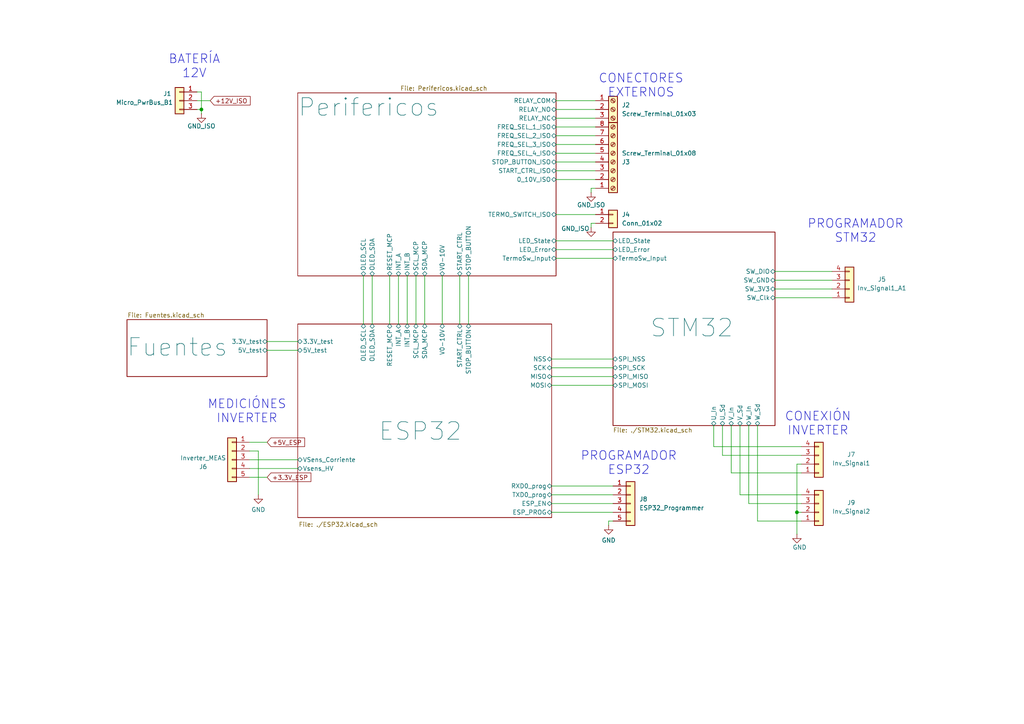
<source format=kicad_sch>
(kicad_sch
	(version 20250114)
	(generator "eeschema")
	(generator_version "9.0")
	(uuid "0057333c-5edf-4047-9690-4d1b87a98977")
	(paper "A4")
	(title_block
		(title "Variador de frecuencia LVDC")
		(date "2025-08-05")
		(rev "0")
		(company "Andrenacci - Carra")
	)
	(lib_symbols
		(symbol "Connector:Screw_Terminal_01x03"
			(pin_names
				(offset 1.016)
				(hide yes)
			)
			(exclude_from_sim no)
			(in_bom yes)
			(on_board yes)
			(property "Reference" "J"
				(at 0 5.08 0)
				(effects
					(font
						(size 1.27 1.27)
					)
				)
			)
			(property "Value" "Screw_Terminal_01x03"
				(at 0 -5.08 0)
				(effects
					(font
						(size 1.27 1.27)
					)
				)
			)
			(property "Footprint" ""
				(at 0 0 0)
				(effects
					(font
						(size 1.27 1.27)
					)
					(hide yes)
				)
			)
			(property "Datasheet" "~"
				(at 0 0 0)
				(effects
					(font
						(size 1.27 1.27)
					)
					(hide yes)
				)
			)
			(property "Description" "Generic screw terminal, single row, 01x03, script generated (kicad-library-utils/schlib/autogen/connector/)"
				(at 0 0 0)
				(effects
					(font
						(size 1.27 1.27)
					)
					(hide yes)
				)
			)
			(property "ki_keywords" "screw terminal"
				(at 0 0 0)
				(effects
					(font
						(size 1.27 1.27)
					)
					(hide yes)
				)
			)
			(property "ki_fp_filters" "TerminalBlock*:*"
				(at 0 0 0)
				(effects
					(font
						(size 1.27 1.27)
					)
					(hide yes)
				)
			)
			(symbol "Screw_Terminal_01x03_1_1"
				(rectangle
					(start -1.27 3.81)
					(end 1.27 -3.81)
					(stroke
						(width 0.254)
						(type default)
					)
					(fill
						(type background)
					)
				)
				(polyline
					(pts
						(xy -0.5334 2.8702) (xy 0.3302 2.032)
					)
					(stroke
						(width 0.1524)
						(type default)
					)
					(fill
						(type none)
					)
				)
				(polyline
					(pts
						(xy -0.5334 0.3302) (xy 0.3302 -0.508)
					)
					(stroke
						(width 0.1524)
						(type default)
					)
					(fill
						(type none)
					)
				)
				(polyline
					(pts
						(xy -0.5334 -2.2098) (xy 0.3302 -3.048)
					)
					(stroke
						(width 0.1524)
						(type default)
					)
					(fill
						(type none)
					)
				)
				(polyline
					(pts
						(xy -0.3556 3.048) (xy 0.508 2.2098)
					)
					(stroke
						(width 0.1524)
						(type default)
					)
					(fill
						(type none)
					)
				)
				(polyline
					(pts
						(xy -0.3556 0.508) (xy 0.508 -0.3302)
					)
					(stroke
						(width 0.1524)
						(type default)
					)
					(fill
						(type none)
					)
				)
				(polyline
					(pts
						(xy -0.3556 -2.032) (xy 0.508 -2.8702)
					)
					(stroke
						(width 0.1524)
						(type default)
					)
					(fill
						(type none)
					)
				)
				(circle
					(center 0 2.54)
					(radius 0.635)
					(stroke
						(width 0.1524)
						(type default)
					)
					(fill
						(type none)
					)
				)
				(circle
					(center 0 0)
					(radius 0.635)
					(stroke
						(width 0.1524)
						(type default)
					)
					(fill
						(type none)
					)
				)
				(circle
					(center 0 -2.54)
					(radius 0.635)
					(stroke
						(width 0.1524)
						(type default)
					)
					(fill
						(type none)
					)
				)
				(pin passive line
					(at -5.08 2.54 0)
					(length 3.81)
					(name "Pin_1"
						(effects
							(font
								(size 1.27 1.27)
							)
						)
					)
					(number "1"
						(effects
							(font
								(size 1.27 1.27)
							)
						)
					)
				)
				(pin passive line
					(at -5.08 0 0)
					(length 3.81)
					(name "Pin_2"
						(effects
							(font
								(size 1.27 1.27)
							)
						)
					)
					(number "2"
						(effects
							(font
								(size 1.27 1.27)
							)
						)
					)
				)
				(pin passive line
					(at -5.08 -2.54 0)
					(length 3.81)
					(name "Pin_3"
						(effects
							(font
								(size 1.27 1.27)
							)
						)
					)
					(number "3"
						(effects
							(font
								(size 1.27 1.27)
							)
						)
					)
				)
			)
			(embedded_fonts no)
		)
		(symbol "Connector:Screw_Terminal_01x08"
			(pin_names
				(offset 1.016)
				(hide yes)
			)
			(exclude_from_sim no)
			(in_bom yes)
			(on_board yes)
			(property "Reference" "J"
				(at 0 10.16 0)
				(effects
					(font
						(size 1.27 1.27)
					)
				)
			)
			(property "Value" "Screw_Terminal_01x08"
				(at 0 -12.7 0)
				(effects
					(font
						(size 1.27 1.27)
					)
				)
			)
			(property "Footprint" ""
				(at 0 0 0)
				(effects
					(font
						(size 1.27 1.27)
					)
					(hide yes)
				)
			)
			(property "Datasheet" "~"
				(at 0 0 0)
				(effects
					(font
						(size 1.27 1.27)
					)
					(hide yes)
				)
			)
			(property "Description" "Generic screw terminal, single row, 01x08, script generated (kicad-library-utils/schlib/autogen/connector/)"
				(at 0 0 0)
				(effects
					(font
						(size 1.27 1.27)
					)
					(hide yes)
				)
			)
			(property "ki_keywords" "screw terminal"
				(at 0 0 0)
				(effects
					(font
						(size 1.27 1.27)
					)
					(hide yes)
				)
			)
			(property "ki_fp_filters" "TerminalBlock*:*"
				(at 0 0 0)
				(effects
					(font
						(size 1.27 1.27)
					)
					(hide yes)
				)
			)
			(symbol "Screw_Terminal_01x08_1_1"
				(rectangle
					(start -1.27 8.89)
					(end 1.27 -11.43)
					(stroke
						(width 0.254)
						(type default)
					)
					(fill
						(type background)
					)
				)
				(polyline
					(pts
						(xy -0.5334 7.9502) (xy 0.3302 7.112)
					)
					(stroke
						(width 0.1524)
						(type default)
					)
					(fill
						(type none)
					)
				)
				(polyline
					(pts
						(xy -0.5334 5.4102) (xy 0.3302 4.572)
					)
					(stroke
						(width 0.1524)
						(type default)
					)
					(fill
						(type none)
					)
				)
				(polyline
					(pts
						(xy -0.5334 2.8702) (xy 0.3302 2.032)
					)
					(stroke
						(width 0.1524)
						(type default)
					)
					(fill
						(type none)
					)
				)
				(polyline
					(pts
						(xy -0.5334 0.3302) (xy 0.3302 -0.508)
					)
					(stroke
						(width 0.1524)
						(type default)
					)
					(fill
						(type none)
					)
				)
				(polyline
					(pts
						(xy -0.5334 -2.2098) (xy 0.3302 -3.048)
					)
					(stroke
						(width 0.1524)
						(type default)
					)
					(fill
						(type none)
					)
				)
				(polyline
					(pts
						(xy -0.5334 -4.7498) (xy 0.3302 -5.588)
					)
					(stroke
						(width 0.1524)
						(type default)
					)
					(fill
						(type none)
					)
				)
				(polyline
					(pts
						(xy -0.5334 -7.2898) (xy 0.3302 -8.128)
					)
					(stroke
						(width 0.1524)
						(type default)
					)
					(fill
						(type none)
					)
				)
				(polyline
					(pts
						(xy -0.5334 -9.8298) (xy 0.3302 -10.668)
					)
					(stroke
						(width 0.1524)
						(type default)
					)
					(fill
						(type none)
					)
				)
				(polyline
					(pts
						(xy -0.3556 8.128) (xy 0.508 7.2898)
					)
					(stroke
						(width 0.1524)
						(type default)
					)
					(fill
						(type none)
					)
				)
				(polyline
					(pts
						(xy -0.3556 5.588) (xy 0.508 4.7498)
					)
					(stroke
						(width 0.1524)
						(type default)
					)
					(fill
						(type none)
					)
				)
				(polyline
					(pts
						(xy -0.3556 3.048) (xy 0.508 2.2098)
					)
					(stroke
						(width 0.1524)
						(type default)
					)
					(fill
						(type none)
					)
				)
				(polyline
					(pts
						(xy -0.3556 0.508) (xy 0.508 -0.3302)
					)
					(stroke
						(width 0.1524)
						(type default)
					)
					(fill
						(type none)
					)
				)
				(polyline
					(pts
						(xy -0.3556 -2.032) (xy 0.508 -2.8702)
					)
					(stroke
						(width 0.1524)
						(type default)
					)
					(fill
						(type none)
					)
				)
				(polyline
					(pts
						(xy -0.3556 -4.572) (xy 0.508 -5.4102)
					)
					(stroke
						(width 0.1524)
						(type default)
					)
					(fill
						(type none)
					)
				)
				(polyline
					(pts
						(xy -0.3556 -7.112) (xy 0.508 -7.9502)
					)
					(stroke
						(width 0.1524)
						(type default)
					)
					(fill
						(type none)
					)
				)
				(polyline
					(pts
						(xy -0.3556 -9.652) (xy 0.508 -10.4902)
					)
					(stroke
						(width 0.1524)
						(type default)
					)
					(fill
						(type none)
					)
				)
				(circle
					(center 0 7.62)
					(radius 0.635)
					(stroke
						(width 0.1524)
						(type default)
					)
					(fill
						(type none)
					)
				)
				(circle
					(center 0 5.08)
					(radius 0.635)
					(stroke
						(width 0.1524)
						(type default)
					)
					(fill
						(type none)
					)
				)
				(circle
					(center 0 2.54)
					(radius 0.635)
					(stroke
						(width 0.1524)
						(type default)
					)
					(fill
						(type none)
					)
				)
				(circle
					(center 0 0)
					(radius 0.635)
					(stroke
						(width 0.1524)
						(type default)
					)
					(fill
						(type none)
					)
				)
				(circle
					(center 0 -2.54)
					(radius 0.635)
					(stroke
						(width 0.1524)
						(type default)
					)
					(fill
						(type none)
					)
				)
				(circle
					(center 0 -5.08)
					(radius 0.635)
					(stroke
						(width 0.1524)
						(type default)
					)
					(fill
						(type none)
					)
				)
				(circle
					(center 0 -7.62)
					(radius 0.635)
					(stroke
						(width 0.1524)
						(type default)
					)
					(fill
						(type none)
					)
				)
				(circle
					(center 0 -10.16)
					(radius 0.635)
					(stroke
						(width 0.1524)
						(type default)
					)
					(fill
						(type none)
					)
				)
				(pin passive line
					(at -5.08 7.62 0)
					(length 3.81)
					(name "Pin_1"
						(effects
							(font
								(size 1.27 1.27)
							)
						)
					)
					(number "1"
						(effects
							(font
								(size 1.27 1.27)
							)
						)
					)
				)
				(pin passive line
					(at -5.08 5.08 0)
					(length 3.81)
					(name "Pin_2"
						(effects
							(font
								(size 1.27 1.27)
							)
						)
					)
					(number "2"
						(effects
							(font
								(size 1.27 1.27)
							)
						)
					)
				)
				(pin passive line
					(at -5.08 2.54 0)
					(length 3.81)
					(name "Pin_3"
						(effects
							(font
								(size 1.27 1.27)
							)
						)
					)
					(number "3"
						(effects
							(font
								(size 1.27 1.27)
							)
						)
					)
				)
				(pin passive line
					(at -5.08 0 0)
					(length 3.81)
					(name "Pin_4"
						(effects
							(font
								(size 1.27 1.27)
							)
						)
					)
					(number "4"
						(effects
							(font
								(size 1.27 1.27)
							)
						)
					)
				)
				(pin passive line
					(at -5.08 -2.54 0)
					(length 3.81)
					(name "Pin_5"
						(effects
							(font
								(size 1.27 1.27)
							)
						)
					)
					(number "5"
						(effects
							(font
								(size 1.27 1.27)
							)
						)
					)
				)
				(pin passive line
					(at -5.08 -5.08 0)
					(length 3.81)
					(name "Pin_6"
						(effects
							(font
								(size 1.27 1.27)
							)
						)
					)
					(number "6"
						(effects
							(font
								(size 1.27 1.27)
							)
						)
					)
				)
				(pin passive line
					(at -5.08 -7.62 0)
					(length 3.81)
					(name "Pin_7"
						(effects
							(font
								(size 1.27 1.27)
							)
						)
					)
					(number "7"
						(effects
							(font
								(size 1.27 1.27)
							)
						)
					)
				)
				(pin passive line
					(at -5.08 -10.16 0)
					(length 3.81)
					(name "Pin_8"
						(effects
							(font
								(size 1.27 1.27)
							)
						)
					)
					(number "8"
						(effects
							(font
								(size 1.27 1.27)
							)
						)
					)
				)
			)
			(embedded_fonts no)
		)
		(symbol "Connector_Generic:Conn_01x02"
			(pin_names
				(offset 1.016)
				(hide yes)
			)
			(exclude_from_sim no)
			(in_bom yes)
			(on_board yes)
			(property "Reference" "J"
				(at 0 2.54 0)
				(effects
					(font
						(size 1.27 1.27)
					)
				)
			)
			(property "Value" "Conn_01x02"
				(at 0 -5.08 0)
				(effects
					(font
						(size 1.27 1.27)
					)
				)
			)
			(property "Footprint" ""
				(at 0 0 0)
				(effects
					(font
						(size 1.27 1.27)
					)
					(hide yes)
				)
			)
			(property "Datasheet" "~"
				(at 0 0 0)
				(effects
					(font
						(size 1.27 1.27)
					)
					(hide yes)
				)
			)
			(property "Description" "Generic connector, single row, 01x02, script generated (kicad-library-utils/schlib/autogen/connector/)"
				(at 0 0 0)
				(effects
					(font
						(size 1.27 1.27)
					)
					(hide yes)
				)
			)
			(property "ki_keywords" "connector"
				(at 0 0 0)
				(effects
					(font
						(size 1.27 1.27)
					)
					(hide yes)
				)
			)
			(property "ki_fp_filters" "Connector*:*_1x??_*"
				(at 0 0 0)
				(effects
					(font
						(size 1.27 1.27)
					)
					(hide yes)
				)
			)
			(symbol "Conn_01x02_1_1"
				(rectangle
					(start -1.27 1.27)
					(end 1.27 -3.81)
					(stroke
						(width 0.254)
						(type default)
					)
					(fill
						(type background)
					)
				)
				(rectangle
					(start -1.27 0.127)
					(end 0 -0.127)
					(stroke
						(width 0.1524)
						(type default)
					)
					(fill
						(type none)
					)
				)
				(rectangle
					(start -1.27 -2.413)
					(end 0 -2.667)
					(stroke
						(width 0.1524)
						(type default)
					)
					(fill
						(type none)
					)
				)
				(pin passive line
					(at -5.08 0 0)
					(length 3.81)
					(name "Pin_1"
						(effects
							(font
								(size 1.27 1.27)
							)
						)
					)
					(number "1"
						(effects
							(font
								(size 1.27 1.27)
							)
						)
					)
				)
				(pin passive line
					(at -5.08 -2.54 0)
					(length 3.81)
					(name "Pin_2"
						(effects
							(font
								(size 1.27 1.27)
							)
						)
					)
					(number "2"
						(effects
							(font
								(size 1.27 1.27)
							)
						)
					)
				)
			)
			(embedded_fonts no)
		)
		(symbol "Connector_Generic:Conn_01x03"
			(pin_names
				(offset 1.016)
				(hide yes)
			)
			(exclude_from_sim no)
			(in_bom yes)
			(on_board yes)
			(property "Reference" "J"
				(at 0 5.08 0)
				(effects
					(font
						(size 1.27 1.27)
					)
				)
			)
			(property "Value" "Conn_01x03"
				(at 0 -5.08 0)
				(effects
					(font
						(size 1.27 1.27)
					)
				)
			)
			(property "Footprint" ""
				(at 0 0 0)
				(effects
					(font
						(size 1.27 1.27)
					)
					(hide yes)
				)
			)
			(property "Datasheet" "~"
				(at 0 0 0)
				(effects
					(font
						(size 1.27 1.27)
					)
					(hide yes)
				)
			)
			(property "Description" "Generic connector, single row, 01x03, script generated (kicad-library-utils/schlib/autogen/connector/)"
				(at 0 0 0)
				(effects
					(font
						(size 1.27 1.27)
					)
					(hide yes)
				)
			)
			(property "ki_keywords" "connector"
				(at 0 0 0)
				(effects
					(font
						(size 1.27 1.27)
					)
					(hide yes)
				)
			)
			(property "ki_fp_filters" "Connector*:*_1x??_*"
				(at 0 0 0)
				(effects
					(font
						(size 1.27 1.27)
					)
					(hide yes)
				)
			)
			(symbol "Conn_01x03_1_1"
				(rectangle
					(start -1.27 3.81)
					(end 1.27 -3.81)
					(stroke
						(width 0.254)
						(type default)
					)
					(fill
						(type background)
					)
				)
				(rectangle
					(start -1.27 2.667)
					(end 0 2.413)
					(stroke
						(width 0.1524)
						(type default)
					)
					(fill
						(type none)
					)
				)
				(rectangle
					(start -1.27 0.127)
					(end 0 -0.127)
					(stroke
						(width 0.1524)
						(type default)
					)
					(fill
						(type none)
					)
				)
				(rectangle
					(start -1.27 -2.413)
					(end 0 -2.667)
					(stroke
						(width 0.1524)
						(type default)
					)
					(fill
						(type none)
					)
				)
				(pin passive line
					(at -5.08 2.54 0)
					(length 3.81)
					(name "Pin_1"
						(effects
							(font
								(size 1.27 1.27)
							)
						)
					)
					(number "1"
						(effects
							(font
								(size 1.27 1.27)
							)
						)
					)
				)
				(pin passive line
					(at -5.08 0 0)
					(length 3.81)
					(name "Pin_2"
						(effects
							(font
								(size 1.27 1.27)
							)
						)
					)
					(number "2"
						(effects
							(font
								(size 1.27 1.27)
							)
						)
					)
				)
				(pin passive line
					(at -5.08 -2.54 0)
					(length 3.81)
					(name "Pin_3"
						(effects
							(font
								(size 1.27 1.27)
							)
						)
					)
					(number "3"
						(effects
							(font
								(size 1.27 1.27)
							)
						)
					)
				)
			)
			(embedded_fonts no)
		)
		(symbol "Connector_Generic:Conn_01x04"
			(pin_names
				(offset 1.016)
				(hide yes)
			)
			(exclude_from_sim no)
			(in_bom yes)
			(on_board yes)
			(property "Reference" "J"
				(at 0 5.08 0)
				(effects
					(font
						(size 1.27 1.27)
					)
				)
			)
			(property "Value" "Conn_01x04"
				(at 0 -7.62 0)
				(effects
					(font
						(size 1.27 1.27)
					)
				)
			)
			(property "Footprint" ""
				(at 0 0 0)
				(effects
					(font
						(size 1.27 1.27)
					)
					(hide yes)
				)
			)
			(property "Datasheet" "~"
				(at 0 0 0)
				(effects
					(font
						(size 1.27 1.27)
					)
					(hide yes)
				)
			)
			(property "Description" "Generic connector, single row, 01x04, script generated (kicad-library-utils/schlib/autogen/connector/)"
				(at 0 0 0)
				(effects
					(font
						(size 1.27 1.27)
					)
					(hide yes)
				)
			)
			(property "ki_keywords" "connector"
				(at 0 0 0)
				(effects
					(font
						(size 1.27 1.27)
					)
					(hide yes)
				)
			)
			(property "ki_fp_filters" "Connector*:*_1x??_*"
				(at 0 0 0)
				(effects
					(font
						(size 1.27 1.27)
					)
					(hide yes)
				)
			)
			(symbol "Conn_01x04_1_1"
				(rectangle
					(start -1.27 3.81)
					(end 1.27 -6.35)
					(stroke
						(width 0.254)
						(type default)
					)
					(fill
						(type background)
					)
				)
				(rectangle
					(start -1.27 2.667)
					(end 0 2.413)
					(stroke
						(width 0.1524)
						(type default)
					)
					(fill
						(type none)
					)
				)
				(rectangle
					(start -1.27 0.127)
					(end 0 -0.127)
					(stroke
						(width 0.1524)
						(type default)
					)
					(fill
						(type none)
					)
				)
				(rectangle
					(start -1.27 -2.413)
					(end 0 -2.667)
					(stroke
						(width 0.1524)
						(type default)
					)
					(fill
						(type none)
					)
				)
				(rectangle
					(start -1.27 -4.953)
					(end 0 -5.207)
					(stroke
						(width 0.1524)
						(type default)
					)
					(fill
						(type none)
					)
				)
				(pin passive line
					(at -5.08 2.54 0)
					(length 3.81)
					(name "Pin_1"
						(effects
							(font
								(size 1.27 1.27)
							)
						)
					)
					(number "1"
						(effects
							(font
								(size 1.27 1.27)
							)
						)
					)
				)
				(pin passive line
					(at -5.08 0 0)
					(length 3.81)
					(name "Pin_2"
						(effects
							(font
								(size 1.27 1.27)
							)
						)
					)
					(number "2"
						(effects
							(font
								(size 1.27 1.27)
							)
						)
					)
				)
				(pin passive line
					(at -5.08 -2.54 0)
					(length 3.81)
					(name "Pin_3"
						(effects
							(font
								(size 1.27 1.27)
							)
						)
					)
					(number "3"
						(effects
							(font
								(size 1.27 1.27)
							)
						)
					)
				)
				(pin passive line
					(at -5.08 -5.08 0)
					(length 3.81)
					(name "Pin_4"
						(effects
							(font
								(size 1.27 1.27)
							)
						)
					)
					(number "4"
						(effects
							(font
								(size 1.27 1.27)
							)
						)
					)
				)
			)
			(embedded_fonts no)
		)
		(symbol "Connector_Generic:Conn_01x05"
			(pin_names
				(offset 1.016)
				(hide yes)
			)
			(exclude_from_sim no)
			(in_bom yes)
			(on_board yes)
			(property "Reference" "J"
				(at 0 7.62 0)
				(effects
					(font
						(size 1.27 1.27)
					)
				)
			)
			(property "Value" "Conn_01x05"
				(at 0 -7.62 0)
				(effects
					(font
						(size 1.27 1.27)
					)
				)
			)
			(property "Footprint" ""
				(at 0 0 0)
				(effects
					(font
						(size 1.27 1.27)
					)
					(hide yes)
				)
			)
			(property "Datasheet" "~"
				(at 0 0 0)
				(effects
					(font
						(size 1.27 1.27)
					)
					(hide yes)
				)
			)
			(property "Description" "Generic connector, single row, 01x05, script generated (kicad-library-utils/schlib/autogen/connector/)"
				(at 0 0 0)
				(effects
					(font
						(size 1.27 1.27)
					)
					(hide yes)
				)
			)
			(property "ki_keywords" "connector"
				(at 0 0 0)
				(effects
					(font
						(size 1.27 1.27)
					)
					(hide yes)
				)
			)
			(property "ki_fp_filters" "Connector*:*_1x??_*"
				(at 0 0 0)
				(effects
					(font
						(size 1.27 1.27)
					)
					(hide yes)
				)
			)
			(symbol "Conn_01x05_1_1"
				(rectangle
					(start -1.27 6.35)
					(end 1.27 -6.35)
					(stroke
						(width 0.254)
						(type default)
					)
					(fill
						(type background)
					)
				)
				(rectangle
					(start -1.27 5.207)
					(end 0 4.953)
					(stroke
						(width 0.1524)
						(type default)
					)
					(fill
						(type none)
					)
				)
				(rectangle
					(start -1.27 2.667)
					(end 0 2.413)
					(stroke
						(width 0.1524)
						(type default)
					)
					(fill
						(type none)
					)
				)
				(rectangle
					(start -1.27 0.127)
					(end 0 -0.127)
					(stroke
						(width 0.1524)
						(type default)
					)
					(fill
						(type none)
					)
				)
				(rectangle
					(start -1.27 -2.413)
					(end 0 -2.667)
					(stroke
						(width 0.1524)
						(type default)
					)
					(fill
						(type none)
					)
				)
				(rectangle
					(start -1.27 -4.953)
					(end 0 -5.207)
					(stroke
						(width 0.1524)
						(type default)
					)
					(fill
						(type none)
					)
				)
				(pin passive line
					(at -5.08 5.08 0)
					(length 3.81)
					(name "Pin_1"
						(effects
							(font
								(size 1.27 1.27)
							)
						)
					)
					(number "1"
						(effects
							(font
								(size 1.27 1.27)
							)
						)
					)
				)
				(pin passive line
					(at -5.08 2.54 0)
					(length 3.81)
					(name "Pin_2"
						(effects
							(font
								(size 1.27 1.27)
							)
						)
					)
					(number "2"
						(effects
							(font
								(size 1.27 1.27)
							)
						)
					)
				)
				(pin passive line
					(at -5.08 0 0)
					(length 3.81)
					(name "Pin_3"
						(effects
							(font
								(size 1.27 1.27)
							)
						)
					)
					(number "3"
						(effects
							(font
								(size 1.27 1.27)
							)
						)
					)
				)
				(pin passive line
					(at -5.08 -2.54 0)
					(length 3.81)
					(name "Pin_4"
						(effects
							(font
								(size 1.27 1.27)
							)
						)
					)
					(number "4"
						(effects
							(font
								(size 1.27 1.27)
							)
						)
					)
				)
				(pin passive line
					(at -5.08 -5.08 0)
					(length 3.81)
					(name "Pin_5"
						(effects
							(font
								(size 1.27 1.27)
							)
						)
					)
					(number "5"
						(effects
							(font
								(size 1.27 1.27)
							)
						)
					)
				)
			)
			(embedded_fonts no)
		)
		(symbol "power:GND"
			(power)
			(pin_numbers
				(hide yes)
			)
			(pin_names
				(offset 0)
				(hide yes)
			)
			(exclude_from_sim no)
			(in_bom yes)
			(on_board yes)
			(property "Reference" "#PWR"
				(at 0 -6.35 0)
				(effects
					(font
						(size 1.27 1.27)
					)
					(hide yes)
				)
			)
			(property "Value" "GND"
				(at 0 -3.81 0)
				(effects
					(font
						(size 1.27 1.27)
					)
				)
			)
			(property "Footprint" ""
				(at 0 0 0)
				(effects
					(font
						(size 1.27 1.27)
					)
					(hide yes)
				)
			)
			(property "Datasheet" ""
				(at 0 0 0)
				(effects
					(font
						(size 1.27 1.27)
					)
					(hide yes)
				)
			)
			(property "Description" "Power symbol creates a global label with name \"GND\" , ground"
				(at 0 0 0)
				(effects
					(font
						(size 1.27 1.27)
					)
					(hide yes)
				)
			)
			(property "ki_keywords" "global power"
				(at 0 0 0)
				(effects
					(font
						(size 1.27 1.27)
					)
					(hide yes)
				)
			)
			(symbol "GND_0_1"
				(polyline
					(pts
						(xy 0 0) (xy 0 -1.27) (xy 1.27 -1.27) (xy 0 -2.54) (xy -1.27 -1.27) (xy 0 -1.27)
					)
					(stroke
						(width 0)
						(type default)
					)
					(fill
						(type none)
					)
				)
			)
			(symbol "GND_1_1"
				(pin power_in line
					(at 0 0 270)
					(length 0)
					(name "~"
						(effects
							(font
								(size 1.27 1.27)
							)
						)
					)
					(number "1"
						(effects
							(font
								(size 1.27 1.27)
							)
						)
					)
				)
			)
			(embedded_fonts no)
		)
	)
	(text "CONEXIÓN\nINVERTER"
		(exclude_from_sim no)
		(at 237.236 122.936 0)
		(effects
			(font
				(size 2.54 2.54)
			)
		)
		(uuid "2b4cd582-520c-4a2d-b43e-36ff17409343")
	)
	(text "PROGRAMADOR\nESP32"
		(exclude_from_sim no)
		(at 182.372 134.366 0)
		(effects
			(font
				(size 2.54 2.54)
			)
		)
		(uuid "8cb82c9d-339d-4341-be49-7710776abd64")
	)
	(text "PROGRAMADOR\nSTM32"
		(exclude_from_sim no)
		(at 248.158 67.056 0)
		(effects
			(font
				(size 2.54 2.54)
			)
		)
		(uuid "b0f7451e-6f7a-47d3-b9c5-119fa7a09f37")
	)
	(text "BATERÍA\n12V"
		(exclude_from_sim no)
		(at 56.388 19.304 0)
		(effects
			(font
				(size 2.54 2.54)
			)
		)
		(uuid "c4fc6646-9540-4e53-9a20-c5036627e26b")
	)
	(text "MEDICIÓNES\nINVERTER"
		(exclude_from_sim no)
		(at 71.628 119.38 0)
		(effects
			(font
				(size 2.54 2.54)
			)
		)
		(uuid "c9e7b232-2352-4c36-9365-b2e760ace170")
	)
	(text "CONECTORES\nEXTERNOS"
		(exclude_from_sim no)
		(at 185.928 24.892 0)
		(effects
			(font
				(size 2.54 2.54)
			)
		)
		(uuid "fe1a2572-6280-464f-9a6b-72c8ffabc75e")
	)
	(junction
		(at 58.42 31.75)
		(diameter 0)
		(color 0 0 0 0)
		(uuid "79f7c500-b122-4f93-8b16-a77dba64a06f")
	)
	(junction
		(at 231.14 148.59)
		(diameter 0)
		(color 0 0 0 0)
		(uuid "ec0167cb-4973-4ecb-a95f-9c0e7fd51d07")
	)
	(wire
		(pts
			(xy 161.29 74.93) (xy 177.8 74.93)
		)
		(stroke
			(width 0)
			(type default)
		)
		(uuid "018b07fd-838e-41da-b7f7-cc8cb90a42f5")
	)
	(wire
		(pts
			(xy 209.55 132.08) (xy 232.41 132.08)
		)
		(stroke
			(width 0)
			(type default)
		)
		(uuid "05eae726-0d65-4c96-89bb-059ab084bd85")
	)
	(wire
		(pts
			(xy 172.72 64.77) (xy 171.45 64.77)
		)
		(stroke
			(width 0)
			(type default)
		)
		(uuid "0b0059be-2b2b-41e0-b4f6-74dcd50aafd3")
	)
	(wire
		(pts
			(xy 107.95 80.01) (xy 107.95 93.98)
		)
		(stroke
			(width 0)
			(type default)
		)
		(uuid "0b805ab6-83e8-4295-871a-5cf50aab0ded")
	)
	(wire
		(pts
			(xy 161.29 69.85) (xy 177.8 69.85)
		)
		(stroke
			(width 0)
			(type default)
		)
		(uuid "0ef6f0ad-35f4-41a9-a9b2-b9b8ada499b5")
	)
	(wire
		(pts
			(xy 160.02 109.22) (xy 177.8 109.22)
		)
		(stroke
			(width 0)
			(type default)
		)
		(uuid "0f1df4e6-a07e-4cb8-ba6f-4099e9684ff2")
	)
	(wire
		(pts
			(xy 232.41 134.62) (xy 231.14 134.62)
		)
		(stroke
			(width 0)
			(type default)
		)
		(uuid "1a612ded-4393-4bc5-af78-7f62863264cd")
	)
	(wire
		(pts
			(xy 160.02 146.05) (xy 177.8 146.05)
		)
		(stroke
			(width 0)
			(type default)
		)
		(uuid "22f45be4-a946-4f50-8e8b-3196ddf3b010")
	)
	(wire
		(pts
			(xy 161.29 34.29) (xy 172.72 34.29)
		)
		(stroke
			(width 0)
			(type default)
		)
		(uuid "251278a4-6a57-460b-841a-e8d2e4a21441")
	)
	(wire
		(pts
			(xy 209.55 123.444) (xy 209.55 132.08)
		)
		(stroke
			(width 0)
			(type default)
		)
		(uuid "25c23312-3e7c-43c3-932c-2654ab45af2a")
	)
	(wire
		(pts
			(xy 171.45 64.77) (xy 171.45 66.04)
		)
		(stroke
			(width 0)
			(type default)
		)
		(uuid "25d9d324-e7d2-4cf9-acdb-c3364f7412f6")
	)
	(wire
		(pts
			(xy 231.14 134.62) (xy 231.14 148.59)
		)
		(stroke
			(width 0)
			(type default)
		)
		(uuid "28697214-b0d5-4fa8-a716-bcce82367679")
	)
	(wire
		(pts
			(xy 77.47 101.6) (xy 86.36 101.6)
		)
		(stroke
			(width 0)
			(type default)
		)
		(uuid "321bb4a7-820d-4f80-b9e0-a8b86df0e21f")
	)
	(wire
		(pts
			(xy 160.02 143.51) (xy 177.8 143.51)
		)
		(stroke
			(width 0)
			(type default)
		)
		(uuid "34628fe5-f5af-4a94-9bd6-ef3a2e50bb65")
	)
	(wire
		(pts
			(xy 123.19 80.01) (xy 123.19 93.98)
		)
		(stroke
			(width 0)
			(type default)
		)
		(uuid "3cd2352a-411c-4a6e-9548-09d2ec01cb1f")
	)
	(wire
		(pts
			(xy 231.14 148.59) (xy 232.41 148.59)
		)
		(stroke
			(width 0)
			(type default)
		)
		(uuid "3cf87eda-65db-461f-8e1e-2b41917a82aa")
	)
	(wire
		(pts
			(xy 160.02 104.14) (xy 177.8 104.14)
		)
		(stroke
			(width 0)
			(type default)
		)
		(uuid "4025077e-1fbd-4ee8-9a2e-d844557fdecc")
	)
	(wire
		(pts
			(xy 58.42 31.75) (xy 58.42 33.02)
		)
		(stroke
			(width 0)
			(type default)
		)
		(uuid "41be4554-b505-4358-b54d-bf15aee4af41")
	)
	(wire
		(pts
			(xy 219.71 151.13) (xy 232.41 151.13)
		)
		(stroke
			(width 0)
			(type default)
		)
		(uuid "4cf2e9f8-8a61-45b5-931d-e606d1382df6")
	)
	(wire
		(pts
			(xy 72.39 135.89) (xy 86.36 135.89)
		)
		(stroke
			(width 0)
			(type default)
		)
		(uuid "512dfb49-d20b-4eea-84e5-f93aa9901b97")
	)
	(wire
		(pts
			(xy 224.79 86.36) (xy 241.3 86.36)
		)
		(stroke
			(width 0)
			(type default)
		)
		(uuid "550272bb-e34c-426f-a178-23f64a7e96e1")
	)
	(wire
		(pts
			(xy 224.79 81.28) (xy 241.3 81.28)
		)
		(stroke
			(width 0)
			(type default)
		)
		(uuid "56237378-e029-4de2-a271-8298a40813be")
	)
	(wire
		(pts
			(xy 77.47 99.06) (xy 86.36 99.06)
		)
		(stroke
			(width 0)
			(type default)
		)
		(uuid "56e7a32d-f63a-4150-bef4-8022a770b102")
	)
	(wire
		(pts
			(xy 160.02 140.97) (xy 177.8 140.97)
		)
		(stroke
			(width 0)
			(type default)
		)
		(uuid "5846f0df-5613-4a4b-8c71-7c99b7f85756")
	)
	(wire
		(pts
			(xy 57.15 31.75) (xy 58.42 31.75)
		)
		(stroke
			(width 0)
			(type default)
		)
		(uuid "58c22e58-a18f-43d5-a0e2-0973318c433d")
	)
	(wire
		(pts
			(xy 160.02 148.59) (xy 177.8 148.59)
		)
		(stroke
			(width 0)
			(type default)
		)
		(uuid "59338401-88b6-469e-a091-ea6135ba8b86")
	)
	(wire
		(pts
			(xy 217.17 146.05) (xy 217.17 123.444)
		)
		(stroke
			(width 0)
			(type default)
		)
		(uuid "59716777-42d2-4d4e-a24b-5ea42f05ac96")
	)
	(wire
		(pts
			(xy 214.63 123.444) (xy 214.63 143.51)
		)
		(stroke
			(width 0)
			(type default)
		)
		(uuid "5c2e91ee-3c92-4eb3-9745-ae33e377a360")
	)
	(wire
		(pts
			(xy 120.65 80.01) (xy 120.65 93.98)
		)
		(stroke
			(width 0)
			(type default)
		)
		(uuid "620e6292-7b8e-4705-a138-cb246f74521d")
	)
	(wire
		(pts
			(xy 160.02 106.68) (xy 177.8 106.68)
		)
		(stroke
			(width 0)
			(type default)
		)
		(uuid "63ba9419-0806-4942-a8bc-9ec262098a0b")
	)
	(wire
		(pts
			(xy 231.14 148.59) (xy 231.14 154.94)
		)
		(stroke
			(width 0)
			(type default)
		)
		(uuid "6486dd94-88db-4c7e-9271-2d23358e2383")
	)
	(wire
		(pts
			(xy 72.39 128.27) (xy 77.47 128.27)
		)
		(stroke
			(width 0)
			(type default)
		)
		(uuid "69c8fc13-4ac5-465c-839d-fdcbee5aba14")
	)
	(wire
		(pts
			(xy 214.63 143.51) (xy 232.41 143.51)
		)
		(stroke
			(width 0)
			(type default)
		)
		(uuid "6aee4ca5-f473-49cf-a240-cc96bd1ebd06")
	)
	(wire
		(pts
			(xy 161.29 46.99) (xy 172.72 46.99)
		)
		(stroke
			(width 0)
			(type default)
		)
		(uuid "6cd5d6c1-3058-4257-b93b-bf45504af2cc")
	)
	(wire
		(pts
			(xy 118.11 80.01) (xy 118.11 93.98)
		)
		(stroke
			(width 0)
			(type default)
		)
		(uuid "7224f1db-91f0-4ab6-813e-5f9a2e375f20")
	)
	(wire
		(pts
			(xy 212.09 137.16) (xy 232.41 137.16)
		)
		(stroke
			(width 0)
			(type default)
		)
		(uuid "740016c8-1e6d-46b5-90e6-2a312136d1ae")
	)
	(wire
		(pts
			(xy 161.29 72.39) (xy 177.8 72.39)
		)
		(stroke
			(width 0)
			(type default)
		)
		(uuid "790a3033-3508-4351-b811-055e361c0108")
	)
	(wire
		(pts
			(xy 161.29 44.45) (xy 172.72 44.45)
		)
		(stroke
			(width 0)
			(type default)
		)
		(uuid "7de8597b-60a4-43f2-bbd8-cb5b56899346")
	)
	(wire
		(pts
			(xy 171.45 54.61) (xy 171.45 55.88)
		)
		(stroke
			(width 0)
			(type default)
		)
		(uuid "835a29f7-7a77-4552-8cd7-014f0a6ef035")
	)
	(wire
		(pts
			(xy 224.79 83.82) (xy 241.3 83.82)
		)
		(stroke
			(width 0)
			(type default)
		)
		(uuid "85808fd6-3489-478b-b954-0c2ffa4db608")
	)
	(wire
		(pts
			(xy 176.53 151.13) (xy 177.8 151.13)
		)
		(stroke
			(width 0)
			(type default)
		)
		(uuid "86624983-d1a1-42d0-82eb-e5c088fef5f6")
	)
	(wire
		(pts
			(xy 113.03 80.01) (xy 113.03 93.98)
		)
		(stroke
			(width 0)
			(type default)
		)
		(uuid "8ea84966-a849-45c0-be90-43dd70d4033e")
	)
	(wire
		(pts
			(xy 74.93 130.81) (xy 74.93 143.51)
		)
		(stroke
			(width 0)
			(type default)
		)
		(uuid "8fdfaa74-9e00-4c12-8437-629333671486")
	)
	(wire
		(pts
			(xy 161.29 41.91) (xy 172.72 41.91)
		)
		(stroke
			(width 0)
			(type default)
		)
		(uuid "93f89f61-6005-4a40-9b58-4731e7dfe8bb")
	)
	(wire
		(pts
			(xy 219.71 123.444) (xy 219.71 151.13)
		)
		(stroke
			(width 0)
			(type default)
		)
		(uuid "9d4a8e3c-eb0b-4347-b031-5f09640a5cac")
	)
	(wire
		(pts
			(xy 115.57 80.01) (xy 115.57 93.98)
		)
		(stroke
			(width 0)
			(type default)
		)
		(uuid "a547c83c-9edd-46bb-8143-04746f46ef89")
	)
	(wire
		(pts
			(xy 72.39 133.35) (xy 86.36 133.35)
		)
		(stroke
			(width 0)
			(type default)
		)
		(uuid "a6227111-f666-4b77-a4e4-a35c1c3aaf0e")
	)
	(wire
		(pts
			(xy 161.29 29.21) (xy 172.72 29.21)
		)
		(stroke
			(width 0)
			(type default)
		)
		(uuid "a710e7df-bf83-4b79-8eb7-a070200ba04f")
	)
	(wire
		(pts
			(xy 135.89 80.01) (xy 135.89 93.98)
		)
		(stroke
			(width 0)
			(type default)
		)
		(uuid "ab9346a5-bd46-4981-bafa-b46a3da985f8")
	)
	(wire
		(pts
			(xy 161.29 49.53) (xy 172.72 49.53)
		)
		(stroke
			(width 0)
			(type default)
		)
		(uuid "b1f56d0b-3477-4462-91a4-9f0206b50886")
	)
	(wire
		(pts
			(xy 171.45 54.61) (xy 172.72 54.61)
		)
		(stroke
			(width 0)
			(type default)
		)
		(uuid "b221883b-4ce3-4c6f-af73-2bc425d3a658")
	)
	(wire
		(pts
			(xy 161.29 31.75) (xy 172.72 31.75)
		)
		(stroke
			(width 0)
			(type default)
		)
		(uuid "bb22085f-1c78-446d-afe9-56e80eb24934")
	)
	(wire
		(pts
			(xy 133.35 80.01) (xy 133.35 93.98)
		)
		(stroke
			(width 0)
			(type default)
		)
		(uuid "bb640ffa-0e78-4523-b3a9-2d271f6a4610")
	)
	(wire
		(pts
			(xy 161.29 36.83) (xy 172.72 36.83)
		)
		(stroke
			(width 0)
			(type default)
		)
		(uuid "bfa6fbdd-ddce-487f-a786-3a19d648ad65")
	)
	(wire
		(pts
			(xy 176.53 151.13) (xy 176.53 152.4)
		)
		(stroke
			(width 0)
			(type default)
		)
		(uuid "c3f87b73-cb8b-43ee-8179-396cc712a964")
	)
	(wire
		(pts
			(xy 161.29 52.07) (xy 172.72 52.07)
		)
		(stroke
			(width 0)
			(type default)
		)
		(uuid "c5406d2e-f25f-4228-bea8-24de321dd549")
	)
	(wire
		(pts
			(xy 207.01 123.444) (xy 207.01 129.54)
		)
		(stroke
			(width 0)
			(type default)
		)
		(uuid "d7ebe536-1a95-4f5d-98ea-9a1804b1daa3")
	)
	(wire
		(pts
			(xy 105.41 80.01) (xy 105.41 93.98)
		)
		(stroke
			(width 0)
			(type default)
		)
		(uuid "dc75fb25-c4d7-46ab-9a4a-a7e5ad8ed5d3")
	)
	(wire
		(pts
			(xy 161.29 62.23) (xy 172.72 62.23)
		)
		(stroke
			(width 0)
			(type default)
		)
		(uuid "e014aed7-a19d-4289-80f8-68e9aa4df85e")
	)
	(wire
		(pts
			(xy 224.79 78.74) (xy 241.3 78.74)
		)
		(stroke
			(width 0)
			(type default)
		)
		(uuid "e0548f34-a759-49ea-99a6-12c39112412d")
	)
	(wire
		(pts
			(xy 217.17 146.05) (xy 232.41 146.05)
		)
		(stroke
			(width 0)
			(type default)
		)
		(uuid "e0f0700d-3766-4c48-b185-e482c47b691a")
	)
	(wire
		(pts
			(xy 161.29 39.37) (xy 172.72 39.37)
		)
		(stroke
			(width 0)
			(type default)
		)
		(uuid "e67a1618-597f-4867-b4a1-0b993dad416e")
	)
	(wire
		(pts
			(xy 207.01 129.54) (xy 232.41 129.54)
		)
		(stroke
			(width 0)
			(type default)
		)
		(uuid "edb1bb5c-53aa-4035-9184-00153ba90072")
	)
	(wire
		(pts
			(xy 212.09 123.444) (xy 212.09 137.16)
		)
		(stroke
			(width 0)
			(type default)
		)
		(uuid "ef91449c-dd23-4450-8265-8a210c70f5bb")
	)
	(wire
		(pts
			(xy 72.39 138.43) (xy 77.47 138.43)
		)
		(stroke
			(width 0)
			(type default)
		)
		(uuid "f3131cba-c7cb-476e-b939-3fccd250e690")
	)
	(wire
		(pts
			(xy 60.96 29.21) (xy 57.15 29.21)
		)
		(stroke
			(width 0)
			(type default)
		)
		(uuid "f67a4bcc-22f5-469e-a4e5-c7b70bc5eb71")
	)
	(wire
		(pts
			(xy 160.02 111.76) (xy 177.8 111.76)
		)
		(stroke
			(width 0)
			(type default)
		)
		(uuid "f8ab9e64-cdef-452d-bd62-99d99f8ae1f8")
	)
	(wire
		(pts
			(xy 128.27 80.01) (xy 128.27 93.98)
		)
		(stroke
			(width 0)
			(type default)
		)
		(uuid "f8ebc171-05ae-46e3-9482-4d711fba1175")
	)
	(wire
		(pts
			(xy 72.39 130.81) (xy 74.93 130.81)
		)
		(stroke
			(width 0)
			(type default)
		)
		(uuid "faacd463-ecc9-436a-810b-5dbd7802400a")
	)
	(wire
		(pts
			(xy 57.15 26.67) (xy 58.42 26.67)
		)
		(stroke
			(width 0)
			(type default)
		)
		(uuid "fbee5dcc-8ed2-41d5-b538-2799cc6a93fe")
	)
	(wire
		(pts
			(xy 58.42 26.67) (xy 58.42 31.75)
		)
		(stroke
			(width 0)
			(type default)
		)
		(uuid "fccce7ee-d8f9-4215-b5c2-eecf57ef698b")
	)
	(global_label "+3.3V_ESP"
		(shape input)
		(at 77.47 138.43 0)
		(fields_autoplaced yes)
		(effects
			(font
				(size 1.27 1.27)
			)
			(justify left)
		)
		(uuid "44fc39e7-aa26-4404-be2c-c2132d65a6a5")
		(property "Intersheetrefs" "${INTERSHEET_REFS}"
			(at 86.14 138.43 0)
			(effects
				(font
					(size 1.27 1.27)
				)
				(justify left)
				(hide yes)
			)
		)
	)
	(global_label "+12V_ISO"
		(shape input)
		(at 60.96 29.21 0)
		(fields_autoplaced yes)
		(effects
			(font
				(size 1.27 1.27)
			)
			(justify left)
		)
		(uuid "8d4c2cf5-2622-4ee7-a6d3-30755b761577")
		(property "Intersheetrefs" "${INTERSHEET_REFS}"
			(at 73.1376 29.21 0)
			(effects
				(font
					(size 1.27 1.27)
				)
				(justify left)
				(hide yes)
			)
		)
	)
	(global_label "+5V_ESP"
		(shape input)
		(at 77.47 128.27 0)
		(fields_autoplaced yes)
		(effects
			(font
				(size 1.27 1.27)
			)
			(justify left)
		)
		(uuid "ea259f99-5971-42a8-9b44-6706e38a71b6")
		(property "Intersheetrefs" "${INTERSHEET_REFS}"
			(at 84.3257 128.27 0)
			(effects
				(font
					(size 1.27 1.27)
				)
				(justify left)
				(hide yes)
			)
		)
	)
	(symbol
		(lib_id "power:GND")
		(at 171.45 55.88 0)
		(mirror y)
		(unit 1)
		(exclude_from_sim no)
		(in_bom yes)
		(on_board yes)
		(dnp no)
		(uuid "10409a53-6aef-478f-8f90-d3a00fb92281")
		(property "Reference" "#PWR02"
			(at 171.45 62.23 0)
			(effects
				(font
					(size 1.27 1.27)
				)
				(hide yes)
			)
		)
		(property "Value" "GND_ISO"
			(at 171.45 59.436 0)
			(effects
				(font
					(size 1.27 1.27)
				)
			)
		)
		(property "Footprint" ""
			(at 171.45 55.88 0)
			(effects
				(font
					(size 1.27 1.27)
				)
				(hide yes)
			)
		)
		(property "Datasheet" ""
			(at 171.45 55.88 0)
			(effects
				(font
					(size 1.27 1.27)
				)
				(hide yes)
			)
		)
		(property "Description" "Power symbol creates a global label with name \"GND\" , ground"
			(at 171.45 55.88 0)
			(effects
				(font
					(size 1.27 1.27)
				)
				(hide yes)
			)
		)
		(pin "1"
			(uuid "d4f6b2a7-4482-4b92-bedc-16028c19e0e9")
		)
		(instances
			(project "HMI_LVDC-Inverter"
				(path "/0057333c-5edf-4047-9690-4d1b87a98977"
					(reference "#PWR02")
					(unit 1)
				)
			)
		)
	)
	(symbol
		(lib_id "power:GND")
		(at 171.45 66.04 0)
		(mirror y)
		(unit 1)
		(exclude_from_sim no)
		(in_bom yes)
		(on_board yes)
		(dnp no)
		(uuid "33ef2263-14a7-4f38-a2f3-dbd35e6d9d32")
		(property "Reference" "#PWR03"
			(at 171.45 72.39 0)
			(effects
				(font
					(size 1.27 1.27)
				)
				(hide yes)
			)
		)
		(property "Value" "GND_ISO"
			(at 166.878 66.294 0)
			(effects
				(font
					(size 1.27 1.27)
				)
			)
		)
		(property "Footprint" ""
			(at 171.45 66.04 0)
			(effects
				(font
					(size 1.27 1.27)
				)
				(hide yes)
			)
		)
		(property "Datasheet" ""
			(at 171.45 66.04 0)
			(effects
				(font
					(size 1.27 1.27)
				)
				(hide yes)
			)
		)
		(property "Description" "Power symbol creates a global label with name \"GND\" , ground"
			(at 171.45 66.04 0)
			(effects
				(font
					(size 1.27 1.27)
				)
				(hide yes)
			)
		)
		(pin "1"
			(uuid "9cc9a4e5-6970-455d-8559-32ac01041236")
		)
		(instances
			(project "HMI_LVDC-Inverter"
				(path "/0057333c-5edf-4047-9690-4d1b87a98977"
					(reference "#PWR03")
					(unit 1)
				)
			)
		)
	)
	(symbol
		(lib_id "Connector_Generic:Conn_01x05")
		(at 67.31 133.35 0)
		(mirror y)
		(unit 1)
		(exclude_from_sim no)
		(in_bom yes)
		(on_board yes)
		(dnp no)
		(uuid "3a13a47b-b988-4ba5-b9e1-1f3778a3302c")
		(property "Reference" "J6"
			(at 58.928 135.382 0)
			(effects
				(font
					(size 1.27 1.27)
				)
			)
		)
		(property "Value" "Inverter_MEAS"
			(at 58.928 132.842 0)
			(effects
				(font
					(size 1.27 1.27)
				)
			)
		)
		(property "Footprint" "Connector_JST:JST_XH_B5B-XH-A_1x05_P2.50mm_Vertical"
			(at 67.31 133.35 0)
			(effects
				(font
					(size 1.27 1.27)
				)
				(hide yes)
			)
		)
		(property "Datasheet" "https://www.lcsc.com/datasheet/C7429617.pdf"
			(at 67.31 133.35 0)
			(effects
				(font
					(size 1.27 1.27)
				)
				(hide yes)
			)
		)
		(property "Description" "Generic connector, single row, 01x05, script generated (kicad-library-utils/schlib/autogen/connector/)"
			(at 67.31 133.35 0)
			(effects
				(font
					(size 1.27 1.27)
				)
				(hide yes)
			)
		)
		(property "Footprint Checked" ""
			(at 67.31 133.35 0)
			(effects
				(font
					(size 1.27 1.27)
				)
				(hide yes)
			)
		)
		(property "Compra" "https://www.lcsc.com/product-detail/C7429617.html?s_z=n_ZX-HA2.54-5PPZ"
			(at 67.31 133.35 0)
			(effects
				(font
					(size 1.27 1.27)
				)
				(hide yes)
			)
		)
		(property "Manufacturer" "Megastar"
			(at 67.31 133.35 0)
			(effects
				(font
					(size 1.27 1.27)
				)
				(hide yes)
			)
		)
		(property "Price" "0.0278"
			(at 67.31 133.35 0)
			(effects
				(font
					(size 1.27 1.27)
				)
				(hide yes)
			)
		)
		(property "Sim.Library" ""
			(at 67.31 133.35 0)
			(effects
				(font
					(size 1.27 1.27)
				)
				(hide yes)
			)
		)
		(property "Footprint checked" "Yes"
			(at 67.31 133.35 0)
			(effects
				(font
					(size 1.27 1.27)
				)
				(hide yes)
			)
		)
		(property "Symbol checked" "Yes"
			(at 67.31 133.35 0)
			(effects
				(font
					(size 1.27 1.27)
				)
				(hide yes)
			)
		)
		(pin "2"
			(uuid "c76bacbf-276b-4d35-bd2c-435c422e963e")
		)
		(pin "1"
			(uuid "bc644870-8116-488d-aea8-84a0f4c191d7")
		)
		(pin "3"
			(uuid "55be16fd-1ffd-4b43-b143-366d4839bb91")
		)
		(pin "4"
			(uuid "43db5b9c-4041-44e7-8a9b-a0d5466f4020")
		)
		(pin "5"
			(uuid "ead36094-f33e-4a91-b851-48d37b5f83ad")
		)
		(instances
			(project "HMI_LVDC-Inverter"
				(path "/0057333c-5edf-4047-9690-4d1b87a98977"
					(reference "J6")
					(unit 1)
				)
			)
		)
	)
	(symbol
		(lib_id "power:GND")
		(at 58.42 33.02 0)
		(mirror y)
		(unit 1)
		(exclude_from_sim no)
		(in_bom yes)
		(on_board yes)
		(dnp no)
		(uuid "3b83afd5-10e9-42d9-8eb9-8d6299edbcf0")
		(property "Reference" "#PWR01"
			(at 58.42 39.37 0)
			(effects
				(font
					(size 1.27 1.27)
				)
				(hide yes)
			)
		)
		(property "Value" "GND_ISO"
			(at 58.42 36.576 0)
			(effects
				(font
					(size 1.27 1.27)
				)
			)
		)
		(property "Footprint" ""
			(at 58.42 33.02 0)
			(effects
				(font
					(size 1.27 1.27)
				)
				(hide yes)
			)
		)
		(property "Datasheet" ""
			(at 58.42 33.02 0)
			(effects
				(font
					(size 1.27 1.27)
				)
				(hide yes)
			)
		)
		(property "Description" "Power symbol creates a global label with name \"GND\" , ground"
			(at 58.42 33.02 0)
			(effects
				(font
					(size 1.27 1.27)
				)
				(hide yes)
			)
		)
		(pin "1"
			(uuid "c3ab7c6d-e2cf-4f5d-857c-be12f2a9c790")
		)
		(instances
			(project "HMI_LVDC-Inverter"
				(path "/0057333c-5edf-4047-9690-4d1b87a98977"
					(reference "#PWR01")
					(unit 1)
				)
			)
		)
	)
	(symbol
		(lib_id "power:GND")
		(at 74.93 143.51 0)
		(unit 1)
		(exclude_from_sim no)
		(in_bom yes)
		(on_board yes)
		(dnp no)
		(uuid "3e4e71ce-f16a-495c-90fb-3d21c5d30c7c")
		(property "Reference" "#PWR04"
			(at 74.93 149.86 0)
			(effects
				(font
					(size 1.27 1.27)
				)
				(hide yes)
			)
		)
		(property "Value" "GND"
			(at 74.93 147.828 0)
			(effects
				(font
					(size 1.27 1.27)
				)
			)
		)
		(property "Footprint" ""
			(at 74.93 143.51 0)
			(effects
				(font
					(size 1.27 1.27)
				)
				(hide yes)
			)
		)
		(property "Datasheet" ""
			(at 74.93 143.51 0)
			(effects
				(font
					(size 1.27 1.27)
				)
				(hide yes)
			)
		)
		(property "Description" "Power symbol creates a global label with name \"GND\" , ground"
			(at 74.93 143.51 0)
			(effects
				(font
					(size 1.27 1.27)
				)
				(hide yes)
			)
		)
		(pin "1"
			(uuid "ce2bfceb-ebae-404a-8d21-76a626914107")
		)
		(instances
			(project "HMI_LVDC-Inverter"
				(path "/0057333c-5edf-4047-9690-4d1b87a98977"
					(reference "#PWR04")
					(unit 1)
				)
			)
		)
	)
	(symbol
		(lib_id "Connector_Generic:Conn_01x03")
		(at 52.07 29.21 0)
		(mirror y)
		(unit 1)
		(exclude_from_sim no)
		(in_bom yes)
		(on_board yes)
		(dnp no)
		(uuid "3fcb7b0d-79ee-412f-905b-163b9ce051d5")
		(property "Reference" "J1"
			(at 48.514 27.178 0)
			(effects
				(font
					(size 1.27 1.27)
				)
			)
		)
		(property "Value" "Micro_PwrBus_B1"
			(at 41.91 29.718 0)
			(effects
				(font
					(size 1.27 1.27)
				)
			)
		)
		(property "Footprint" "Connector_JST:JST_XH_B3B-XH-A_1x03_P2.50mm_Vertical"
			(at 52.07 29.21 0)
			(effects
				(font
					(size 1.27 1.27)
				)
				(hide yes)
			)
		)
		(property "Datasheet" "https://www.lcsc.com/datasheet/C22388695.pdf"
			(at 52.07 29.21 0)
			(effects
				(font
					(size 1.27 1.27)
				)
				(hide yes)
			)
		)
		(property "Description" "Generic connector, single row, 01x03, script generated (kicad-library-utils/schlib/autogen/connector/)"
			(at 52.07 29.21 0)
			(effects
				(font
					(size 1.27 1.27)
				)
				(hide yes)
			)
		)
		(property "Footprint Checked" ""
			(at 52.07 29.21 0)
			(effects
				(font
					(size 1.27 1.27)
				)
				(hide yes)
			)
		)
		(property "Sim.Library" ""
			(at 52.07 29.21 0)
			(effects
				(font
					(size 1.27 1.27)
				)
				(hide yes)
			)
		)
		(property "Compra" "https://www.lcsc.com/product-detail/C22388695.html?s_z=n_ZX-HA2.54-3PZZ"
			(at 52.07 29.21 0)
			(effects
				(font
					(size 1.27 1.27)
				)
				(hide yes)
			)
		)
		(property "Manufacturer" "Megastar"
			(at 52.07 29.21 0)
			(effects
				(font
					(size 1.27 1.27)
				)
				(hide yes)
			)
		)
		(property "Price" "0.0247"
			(at 52.07 29.21 0)
			(effects
				(font
					(size 1.27 1.27)
				)
				(hide yes)
			)
		)
		(property "Footprint checked" "Yes"
			(at 52.07 29.21 0)
			(effects
				(font
					(size 1.27 1.27)
				)
				(hide yes)
			)
		)
		(property "Symbol checked" "Yes"
			(at 52.07 29.21 0)
			(effects
				(font
					(size 1.27 1.27)
				)
				(hide yes)
			)
		)
		(pin "1"
			(uuid "df8d3f01-3092-4c5a-963d-14d7e4273e27")
		)
		(pin "2"
			(uuid "aa913e71-fd9f-4c1d-ae2c-ad8132881792")
		)
		(pin "3"
			(uuid "a53a3a73-6146-4d06-abb0-ad3c96aa3f24")
		)
		(instances
			(project "HMI_LVDC-Inverter"
				(path "/0057333c-5edf-4047-9690-4d1b87a98977"
					(reference "J1")
					(unit 1)
				)
			)
		)
	)
	(symbol
		(lib_id "Connector_Generic:Conn_01x04")
		(at 246.38 83.82 0)
		(mirror x)
		(unit 1)
		(exclude_from_sim no)
		(in_bom yes)
		(on_board yes)
		(dnp no)
		(uuid "46c26c7e-5f38-42a0-bc6e-3cec05046dee")
		(property "Reference" "J5"
			(at 255.778 81.026 0)
			(effects
				(font
					(size 1.27 1.27)
				)
			)
		)
		(property "Value" "Inv_Signal1_A1"
			(at 255.778 83.566 0)
			(effects
				(font
					(size 1.27 1.27)
				)
			)
		)
		(property "Footprint" "Connector_PinHeader_2.54mm:PinHeader_1x04_P2.54mm_Vertical"
			(at 246.38 83.82 0)
			(effects
				(font
					(size 1.27 1.27)
				)
				(hide yes)
			)
		)
		(property "Datasheet" "https://www.lcsc.com/datasheet/C7429616.pdf"
			(at 246.38 83.82 0)
			(effects
				(font
					(size 1.27 1.27)
				)
				(hide yes)
			)
		)
		(property "Description" "Generic connector, single row, 01x04, script generated (kicad-library-utils/schlib/autogen/connector/)"
			(at 246.38 83.82 0)
			(effects
				(font
					(size 1.27 1.27)
				)
				(hide yes)
			)
		)
		(property "Footprint Checked" ""
			(at 246.38 83.82 0)
			(effects
				(font
					(size 1.27 1.27)
				)
				(hide yes)
			)
		)
		(property "Sim.Library" ""
			(at 246.38 83.82 0)
			(effects
				(font
					(size 1.27 1.27)
				)
				(hide yes)
			)
		)
		(property "Compra" "https://www.lcsc.com/product-detail/C7429616.html?s_z=n_ZX-HA2.54-4PZZ"
			(at 246.38 83.82 0)
			(effects
				(font
					(size 1.27 1.27)
				)
				(hide yes)
			)
		)
		(property "Manufacturer" "Megastar"
			(at 246.38 83.82 0)
			(effects
				(font
					(size 1.27 1.27)
				)
				(hide yes)
			)
		)
		(property "Price" "0.0234"
			(at 246.38 83.82 0)
			(effects
				(font
					(size 1.27 1.27)
				)
				(hide yes)
			)
		)
		(property "Footprint checked" "Yes"
			(at 246.38 83.82 0)
			(effects
				(font
					(size 1.27 1.27)
				)
				(hide yes)
			)
		)
		(property "Symbol checked" "Yes"
			(at 246.38 83.82 0)
			(effects
				(font
					(size 1.27 1.27)
				)
				(hide yes)
			)
		)
		(pin "2"
			(uuid "0f27c18c-4e34-44ce-a766-931f55a480f0")
		)
		(pin "3"
			(uuid "cdb2c89b-32e8-4d82-ac5d-f3abf2712728")
		)
		(pin "1"
			(uuid "ad1c7ddb-0936-4ce7-bae6-9070e8078beb")
		)
		(pin "4"
			(uuid "a1b9c668-68bd-4205-a873-e076609b4cd1")
		)
		(instances
			(project "HMI_LVDC-Inverter"
				(path "/0057333c-5edf-4047-9690-4d1b87a98977"
					(reference "J5")
					(unit 1)
				)
			)
		)
	)
	(symbol
		(lib_id "power:GND")
		(at 231.14 154.94 0)
		(mirror y)
		(unit 1)
		(exclude_from_sim no)
		(in_bom yes)
		(on_board yes)
		(dnp no)
		(uuid "4fbf8c21-755a-4ae5-a2c2-9bb9ff76551f")
		(property "Reference" "#PWR06"
			(at 231.14 161.29 0)
			(effects
				(font
					(size 1.27 1.27)
				)
				(hide yes)
			)
		)
		(property "Value" "GND"
			(at 229.87 158.75 0)
			(effects
				(font
					(size 1.27 1.27)
				)
				(justify right)
			)
		)
		(property "Footprint" ""
			(at 231.14 154.94 0)
			(effects
				(font
					(size 1.27 1.27)
				)
				(hide yes)
			)
		)
		(property "Datasheet" ""
			(at 231.14 154.94 0)
			(effects
				(font
					(size 1.27 1.27)
				)
				(hide yes)
			)
		)
		(property "Description" "Power symbol creates a global label with name \"GND\" , ground"
			(at 231.14 154.94 0)
			(effects
				(font
					(size 1.27 1.27)
				)
				(hide yes)
			)
		)
		(pin "1"
			(uuid "871da6d7-4516-42ca-b728-4289d8ef5fb6")
		)
		(instances
			(project "HMI_LVDC-Inverter"
				(path "/0057333c-5edf-4047-9690-4d1b87a98977"
					(reference "#PWR06")
					(unit 1)
				)
			)
		)
	)
	(symbol
		(lib_id "Connector_Generic:Conn_01x02")
		(at 177.8 62.23 0)
		(unit 1)
		(exclude_from_sim no)
		(in_bom yes)
		(on_board yes)
		(dnp no)
		(fields_autoplaced yes)
		(uuid "925cddb0-8da4-49a9-adc5-36cbd5730082")
		(property "Reference" "J4"
			(at 180.34 62.2299 0)
			(effects
				(font
					(size 1.27 1.27)
				)
				(justify left)
			)
		)
		(property "Value" "Conn_01x02"
			(at 180.34 64.7699 0)
			(effects
				(font
					(size 1.27 1.27)
				)
				(justify left)
			)
		)
		(property "Footprint" "Connector_JST:JST_XH_B2B-XH-A_1x02_P2.50mm_Vertical"
			(at 177.8 62.23 0)
			(effects
				(font
					(size 1.27 1.27)
				)
				(hide yes)
			)
		)
		(property "Datasheet" "https://www.lcsc.com/datasheet/C7429614.pdf"
			(at 177.8 62.23 0)
			(effects
				(font
					(size 1.27 1.27)
				)
				(hide yes)
			)
		)
		(property "Description" "Generic connector, single row, 01x02, script generated (kicad-library-utils/schlib/autogen/connector/)"
			(at 177.8 62.23 0)
			(effects
				(font
					(size 1.27 1.27)
				)
				(hide yes)
			)
		)
		(property "Sim.Library" ""
			(at 177.8 62.23 0)
			(effects
				(font
					(size 1.27 1.27)
				)
				(hide yes)
			)
		)
		(property "Compra" "https://www.lcsc.com/product-detail/C7429614.html?s_z=n_ZX-HA2.54-2PZZ"
			(at 177.8 62.23 0)
			(effects
				(font
					(size 1.27 1.27)
				)
				(hide yes)
			)
		)
		(property "Manufacturer" "Megastar"
			(at 177.8 62.23 0)
			(effects
				(font
					(size 1.27 1.27)
				)
				(hide yes)
			)
		)
		(property "Price" "0.0117"
			(at 177.8 62.23 0)
			(effects
				(font
					(size 1.27 1.27)
				)
				(hide yes)
			)
		)
		(property "Footprint checked" "Yes"
			(at 177.8 62.23 0)
			(effects
				(font
					(size 1.27 1.27)
				)
				(hide yes)
			)
		)
		(property "Symbol checked" "Yes"
			(at 177.8 62.23 0)
			(effects
				(font
					(size 1.27 1.27)
				)
				(hide yes)
			)
		)
		(pin "2"
			(uuid "5be38fe5-844f-47bd-ba2e-49a0ecddfa76")
		)
		(pin "1"
			(uuid "a2bd5663-4cfc-4abb-a234-96fd6d555382")
		)
		(instances
			(project ""
				(path "/0057333c-5edf-4047-9690-4d1b87a98977"
					(reference "J4")
					(unit 1)
				)
			)
		)
	)
	(symbol
		(lib_id "Connector_Generic:Conn_01x05")
		(at 182.88 146.05 0)
		(unit 1)
		(exclude_from_sim no)
		(in_bom yes)
		(on_board yes)
		(dnp no)
		(fields_autoplaced yes)
		(uuid "a13db056-a80e-4cb6-916d-2c59ab1ce49e")
		(property "Reference" "J8"
			(at 185.42 144.7799 0)
			(effects
				(font
					(size 1.27 1.27)
				)
				(justify left)
			)
		)
		(property "Value" "ESP32_Programmer"
			(at 185.42 147.3199 0)
			(effects
				(font
					(size 1.27 1.27)
				)
				(justify left)
			)
		)
		(property "Footprint" "Connector_PinHeader_2.54mm:PinHeader_1x05_P2.54mm_Vertical"
			(at 182.88 146.05 0)
			(effects
				(font
					(size 1.27 1.27)
				)
				(hide yes)
			)
		)
		(property "Datasheet" "https://www.lcsc.com/datasheet/C492404.pdf"
			(at 182.88 146.05 0)
			(effects
				(font
					(size 1.27 1.27)
				)
				(hide yes)
			)
		)
		(property "Description" "Generic connector, single row, 01x05, script generated (kicad-library-utils/schlib/autogen/connector/)"
			(at 182.88 146.05 0)
			(effects
				(font
					(size 1.27 1.27)
				)
				(hide yes)
			)
		)
		(property "Footprint Checked" ""
			(at 182.88 146.05 0)
			(effects
				(font
					(size 1.27 1.27)
				)
				(hide yes)
			)
		)
		(property "Sim.Library" ""
			(at 182.88 146.05 0)
			(effects
				(font
					(size 1.27 1.27)
				)
				(hide yes)
			)
		)
		(property "Compra" "https://www.lcsc.com/product-detail/C492404.html?s_z=n_%2520PZ254V-11-05P"
			(at 182.88 146.05 0)
			(effects
				(font
					(size 1.27 1.27)
				)
				(hide yes)
			)
		)
		(property "Manufacturer" "XFCN"
			(at 182.88 146.05 0)
			(effects
				(font
					(size 1.27 1.27)
				)
				(hide yes)
			)
		)
		(property "Price" "0.0283"
			(at 182.88 146.05 0)
			(effects
				(font
					(size 1.27 1.27)
				)
				(hide yes)
			)
		)
		(property "Footprint checked" "Yes"
			(at 182.88 146.05 0)
			(effects
				(font
					(size 1.27 1.27)
				)
				(hide yes)
			)
		)
		(property "Symbol checked" "Yes"
			(at 182.88 146.05 0)
			(effects
				(font
					(size 1.27 1.27)
				)
				(hide yes)
			)
		)
		(pin "2"
			(uuid "a549611d-4220-43f0-893a-99e621dafa8b")
		)
		(pin "1"
			(uuid "08fe56cd-c2f3-4589-832f-577ab270d2a5")
		)
		(pin "3"
			(uuid "9dbf2874-38d6-4c69-9d2a-2856f3befe60")
		)
		(pin "4"
			(uuid "81ac8a74-68b6-4752-9cc5-8ab59b08651d")
		)
		(pin "5"
			(uuid "7c574221-ab94-4572-a867-90b163e05d3a")
		)
		(instances
			(project ""
				(path "/0057333c-5edf-4047-9690-4d1b87a98977"
					(reference "J8")
					(unit 1)
				)
			)
		)
	)
	(symbol
		(lib_id "power:GND")
		(at 176.53 152.4 0)
		(unit 1)
		(exclude_from_sim no)
		(in_bom yes)
		(on_board yes)
		(dnp no)
		(uuid "a2c50d56-1e67-4767-b8b8-81d8a4405b74")
		(property "Reference" "#PWR05"
			(at 176.53 158.75 0)
			(effects
				(font
					(size 1.27 1.27)
				)
				(hide yes)
			)
		)
		(property "Value" "GND"
			(at 176.53 156.718 0)
			(effects
				(font
					(size 1.27 1.27)
				)
			)
		)
		(property "Footprint" ""
			(at 176.53 152.4 0)
			(effects
				(font
					(size 1.27 1.27)
				)
				(hide yes)
			)
		)
		(property "Datasheet" ""
			(at 176.53 152.4 0)
			(effects
				(font
					(size 1.27 1.27)
				)
				(hide yes)
			)
		)
		(property "Description" "Power symbol creates a global label with name \"GND\" , ground"
			(at 176.53 152.4 0)
			(effects
				(font
					(size 1.27 1.27)
				)
				(hide yes)
			)
		)
		(pin "1"
			(uuid "7b793243-f1f7-44da-8f67-4ccfe3ee214a")
		)
		(instances
			(project "HMI_LVDC-Inverter"
				(path "/0057333c-5edf-4047-9690-4d1b87a98977"
					(reference "#PWR05")
					(unit 1)
				)
			)
		)
	)
	(symbol
		(lib_id "Connector_Generic:Conn_01x04")
		(at 237.49 148.59 0)
		(mirror x)
		(unit 1)
		(exclude_from_sim no)
		(in_bom yes)
		(on_board yes)
		(dnp no)
		(uuid "b9c62036-e729-4377-9c66-124abef5c363")
		(property "Reference" "J9"
			(at 246.888 145.796 0)
			(effects
				(font
					(size 1.27 1.27)
				)
			)
		)
		(property "Value" "Inv_Signal2"
			(at 246.888 148.336 0)
			(effects
				(font
					(size 1.27 1.27)
				)
			)
		)
		(property "Footprint" "Connector_JST:JST_XH_B4B-XH-A_1x04_P2.50mm_Vertical"
			(at 237.49 148.59 0)
			(effects
				(font
					(size 1.27 1.27)
				)
				(hide yes)
			)
		)
		(property "Datasheet" "https://www.lcsc.com/datasheet/C7429616.pdf"
			(at 237.49 148.59 0)
			(effects
				(font
					(size 1.27 1.27)
				)
				(hide yes)
			)
		)
		(property "Description" "Generic connector, single row, 01x04, script generated (kicad-library-utils/schlib/autogen/connector/)"
			(at 237.49 148.59 0)
			(effects
				(font
					(size 1.27 1.27)
				)
				(hide yes)
			)
		)
		(property "Footprint Checked" ""
			(at 237.49 148.59 0)
			(effects
				(font
					(size 1.27 1.27)
				)
				(hide yes)
			)
		)
		(property "Sim.Library" ""
			(at 237.49 148.59 0)
			(effects
				(font
					(size 1.27 1.27)
				)
				(hide yes)
			)
		)
		(property "Compra" "https://www.lcsc.com/product-detail/C7429616.html?s_z=n_ZX-HA2.54-4PZZ"
			(at 237.49 148.59 0)
			(effects
				(font
					(size 1.27 1.27)
				)
				(hide yes)
			)
		)
		(property "Manufacturer" "Megastar"
			(at 237.49 148.59 0)
			(effects
				(font
					(size 1.27 1.27)
				)
				(hide yes)
			)
		)
		(property "Price" "0.0234"
			(at 237.49 148.59 0)
			(effects
				(font
					(size 1.27 1.27)
				)
				(hide yes)
			)
		)
		(property "Footprint checked" "Yes"
			(at 237.49 148.59 0)
			(effects
				(font
					(size 1.27 1.27)
				)
				(hide yes)
			)
		)
		(property "Symbol checked" "Yes"
			(at 237.49 148.59 0)
			(effects
				(font
					(size 1.27 1.27)
				)
				(hide yes)
			)
		)
		(pin "2"
			(uuid "4ff5db05-efa2-44a7-9f92-70c8ec1c2ea8")
		)
		(pin "3"
			(uuid "559c51ce-b059-4717-a12f-1e82a77d6ae7")
		)
		(pin "1"
			(uuid "1ea20b9b-0ddd-451e-bff6-f34fdfeb2e7d")
		)
		(pin "4"
			(uuid "39f07e53-8f96-4ffd-932b-664f471f0acd")
		)
		(instances
			(project "HMI_LVDC-Inverter"
				(path "/0057333c-5edf-4047-9690-4d1b87a98977"
					(reference "J9")
					(unit 1)
				)
			)
		)
	)
	(symbol
		(lib_id "Connector_Generic:Conn_01x04")
		(at 237.49 134.62 0)
		(mirror x)
		(unit 1)
		(exclude_from_sim no)
		(in_bom yes)
		(on_board yes)
		(dnp no)
		(uuid "c029846d-407e-4257-a340-daa84a63697e")
		(property "Reference" "J7"
			(at 246.888 131.826 0)
			(effects
				(font
					(size 1.27 1.27)
				)
			)
		)
		(property "Value" "Inv_Signal1"
			(at 246.888 134.366 0)
			(effects
				(font
					(size 1.27 1.27)
				)
			)
		)
		(property "Footprint" "Connector_JST:JST_XH_B4B-XH-A_1x04_P2.50mm_Vertical"
			(at 237.49 134.62 0)
			(effects
				(font
					(size 1.27 1.27)
				)
				(hide yes)
			)
		)
		(property "Datasheet" "https://www.lcsc.com/datasheet/C7429616.pdf"
			(at 237.49 134.62 0)
			(effects
				(font
					(size 1.27 1.27)
				)
				(hide yes)
			)
		)
		(property "Description" "Generic connector, single row, 01x04, script generated (kicad-library-utils/schlib/autogen/connector/)"
			(at 237.49 134.62 0)
			(effects
				(font
					(size 1.27 1.27)
				)
				(hide yes)
			)
		)
		(property "Footprint Checked" ""
			(at 237.49 134.62 0)
			(effects
				(font
					(size 1.27 1.27)
				)
				(hide yes)
			)
		)
		(property "Sim.Library" ""
			(at 237.49 134.62 0)
			(effects
				(font
					(size 1.27 1.27)
				)
				(hide yes)
			)
		)
		(property "Compra" "https://www.lcsc.com/product-detail/C7429616.html?s_z=n_ZX-HA2.54-4PZZ"
			(at 237.49 134.62 0)
			(effects
				(font
					(size 1.27 1.27)
				)
				(hide yes)
			)
		)
		(property "Manufacturer" "Megastar"
			(at 237.49 134.62 0)
			(effects
				(font
					(size 1.27 1.27)
				)
				(hide yes)
			)
		)
		(property "Price" "0.0234"
			(at 237.49 134.62 0)
			(effects
				(font
					(size 1.27 1.27)
				)
				(hide yes)
			)
		)
		(property "Footprint checked" "Yes"
			(at 237.49 134.62 0)
			(effects
				(font
					(size 1.27 1.27)
				)
				(hide yes)
			)
		)
		(property "Symbol checked" "Yes"
			(at 237.49 134.62 0)
			(effects
				(font
					(size 1.27 1.27)
				)
				(hide yes)
			)
		)
		(pin "2"
			(uuid "73f4e761-a0e4-4e48-acc5-15e0f557a8da")
		)
		(pin "3"
			(uuid "f0a65de9-5332-43ce-9fb6-4f47cb21b236")
		)
		(pin "1"
			(uuid "f5147d61-a0f1-4d88-a567-7ef00f0dcb3c")
		)
		(pin "4"
			(uuid "754c0b70-df0f-499b-a3dc-446677d06017")
		)
		(instances
			(project "HMI_LVDC-Inverter"
				(path "/0057333c-5edf-4047-9690-4d1b87a98977"
					(reference "J7")
					(unit 1)
				)
			)
		)
	)
	(symbol
		(lib_id "Connector:Screw_Terminal_01x03")
		(at 177.8 31.75 0)
		(unit 1)
		(exclude_from_sim no)
		(in_bom yes)
		(on_board yes)
		(dnp no)
		(uuid "d51d22eb-6f23-45da-a5a3-05d5fa526502")
		(property "Reference" "J2"
			(at 180.34 30.4799 0)
			(effects
				(font
					(size 1.27 1.27)
				)
				(justify left)
			)
		)
		(property "Value" "Screw_Terminal_01x03"
			(at 180.34 33.0199 0)
			(effects
				(font
					(size 1.27 1.27)
				)
				(justify left)
			)
		)
		(property "Footprint" "TerminalBlock_Degson:TerminalBlock_Degson_DG250-3.5-03P_1x03_P3.50mm_45Degree"
			(at 177.8 31.75 0)
			(effects
				(font
					(size 1.27 1.27)
				)
				(hide yes)
			)
		)
		(property "Datasheet" "https://www.lcsc.com/datasheet/C7470117.pdf"
			(at 177.8 31.75 0)
			(effects
				(font
					(size 1.27 1.27)
				)
				(hide yes)
			)
		)
		(property "Description" "Generic screw terminal, single row, 01x03, script generated (kicad-library-utils/schlib/autogen/connector/)"
			(at 177.8 31.75 0)
			(effects
				(font
					(size 1.27 1.27)
				)
				(hide yes)
			)
		)
		(property "Compra" "https://www.lcsc.com/product-detail/C7470117.html?s_z=n_MX250-3.5-8P-B-GY01-Cu-A"
			(at 177.8 31.75 0)
			(effects
				(font
					(size 1.27 1.27)
				)
				(hide yes)
			)
		)
		(property "Footprint checked" "Yes"
			(at 177.8 31.75 0)
			(effects
				(font
					(size 1.27 1.27)
				)
				(hide yes)
			)
		)
		(property "Manufacturer" "MAX"
			(at 177.8 31.75 0)
			(effects
				(font
					(size 1.27 1.27)
				)
				(hide yes)
			)
		)
		(property "Price" "0.1426"
			(at 177.8 31.75 0)
			(effects
				(font
					(size 1.27 1.27)
				)
				(hide yes)
			)
		)
		(property "Symbol checked" "Yes"
			(at 177.8 31.75 0)
			(effects
				(font
					(size 1.27 1.27)
				)
				(hide yes)
			)
		)
		(property "Sim.Library" ""
			(at 177.8 31.75 0)
			(effects
				(font
					(size 1.27 1.27)
				)
				(hide yes)
			)
		)
		(pin "3"
			(uuid "4dba4e75-2218-4e08-8ac2-34e93b086983")
		)
		(pin "1"
			(uuid "a96d2e91-1f68-45e3-b305-d10fe1eb1cac")
		)
		(pin "2"
			(uuid "fb0db263-79fd-4eea-9f72-881296b9aebe")
		)
		(instances
			(project ""
				(path "/0057333c-5edf-4047-9690-4d1b87a98977"
					(reference "J2")
					(unit 1)
				)
			)
		)
	)
	(symbol
		(lib_id "Connector:Screw_Terminal_01x08")
		(at 177.8 46.99 0)
		(mirror x)
		(unit 1)
		(exclude_from_sim no)
		(in_bom yes)
		(on_board yes)
		(dnp no)
		(uuid "d7084e80-feed-47ae-9934-46c34f6a1d29")
		(property "Reference" "J3"
			(at 180.34 46.9901 0)
			(effects
				(font
					(size 1.27 1.27)
				)
				(justify left)
			)
		)
		(property "Value" "Screw_Terminal_01x08"
			(at 180.34 44.4501 0)
			(effects
				(font
					(size 1.27 1.27)
				)
				(justify left)
			)
		)
		(property "Footprint" "TerminalBlock_Degson:TerminalBlock_Degson_DG250-3.5-08P_1x08_P3.50mm_45Degree"
			(at 177.8 46.99 0)
			(effects
				(font
					(size 1.27 1.27)
				)
				(hide yes)
			)
		)
		(property "Datasheet" "https://www.lcsc.com/datasheet/C7470117.pdf"
			(at 177.8 46.99 0)
			(effects
				(font
					(size 1.27 1.27)
				)
				(hide yes)
			)
		)
		(property "Description" "Generic screw terminal, single row, 01x08, script generated (kicad-library-utils/schlib/autogen/connector/)"
			(at 177.8 46.99 0)
			(effects
				(font
					(size 1.27 1.27)
				)
				(hide yes)
			)
		)
		(property "Compra" "https://www.lcsc.com/product-detail/C7467034.html?s_z=n_MX250-3.5-8P-B-GY01-Cu-A"
			(at 177.8 46.99 0)
			(effects
				(font
					(size 1.27 1.27)
				)
				(hide yes)
			)
		)
		(property "Footprint checked" "Yes"
			(at 177.8 46.99 0)
			(effects
				(font
					(size 1.27 1.27)
				)
				(hide yes)
			)
		)
		(property "Manufacturer" "MAX"
			(at 177.8 46.99 0)
			(effects
				(font
					(size 1.27 1.27)
				)
				(hide yes)
			)
		)
		(property "Price" "0.3497"
			(at 177.8 46.99 0)
			(effects
				(font
					(size 1.27 1.27)
				)
				(hide yes)
			)
		)
		(property "Symbol checked" "Yes"
			(at 177.8 46.99 0)
			(effects
				(font
					(size 1.27 1.27)
				)
				(hide yes)
			)
		)
		(property "Sim.Library" ""
			(at 177.8 46.99 0)
			(effects
				(font
					(size 1.27 1.27)
				)
				(hide yes)
			)
		)
		(pin "8"
			(uuid "094b3631-9a78-4c36-871a-f040faf8f9a8")
		)
		(pin "3"
			(uuid "6834148e-d92e-4eb8-abaf-a3984d5b927d")
		)
		(pin "6"
			(uuid "498e44b6-d24e-44a7-99b0-14788a2f78d6")
		)
		(pin "2"
			(uuid "49bbf72d-9b3d-4763-bf9b-82f4bba6f288")
		)
		(pin "7"
			(uuid "cfed1055-f798-458a-93b1-de629d211063")
		)
		(pin "4"
			(uuid "f5a0aa12-4f5f-43ae-9c16-30c506595be9")
		)
		(pin "1"
			(uuid "ef1fd63c-00e1-4229-ab21-5db6e6f9763b")
		)
		(pin "5"
			(uuid "547445ae-be7c-4c2e-82c4-7f883887df84")
		)
		(instances
			(project ""
				(path "/0057333c-5edf-4047-9690-4d1b87a98977"
					(reference "J3")
					(unit 1)
				)
			)
		)
	)
	(sheet
		(at 177.8 67.31)
		(size 46.99 56.134)
		(exclude_from_sim no)
		(in_bom yes)
		(on_board yes)
		(dnp no)
		(stroke
			(width 0.1524)
			(type solid)
		)
		(fill
			(color 0 0 0 0.0000)
		)
		(uuid "8e625f1a-283f-43a5-a3e9-69e71bd8abe7")
		(property "Sheetname" "STM32"
			(at 188.468 98.044 0)
			(effects
				(font
					(size 5.08 5.08)
				)
				(justify left bottom)
			)
		)
		(property "Sheetfile" "./STM32.kicad_sch"
			(at 177.8 124.0286 0)
			(effects
				(font
					(size 1.27 1.27)
				)
				(justify left top)
			)
		)
		(pin "W_In" bidirectional
			(at 217.17 123.444 270)
			(uuid "6856524a-6c2d-4925-94ee-107f5108906d")
			(effects
				(font
					(size 1.27 1.27)
				)
				(justify left)
			)
		)
		(pin "U_In" bidirectional
			(at 207.01 123.444 270)
			(uuid "cda46df6-371d-4135-81fa-f8162e588a52")
			(effects
				(font
					(size 1.27 1.27)
				)
				(justify left)
			)
		)
		(pin "W_Sd" bidirectional
			(at 219.71 123.444 270)
			(uuid "925302eb-bacf-44b1-8043-890d0e656492")
			(effects
				(font
					(size 1.27 1.27)
				)
				(justify left)
			)
		)
		(pin "V_In" bidirectional
			(at 212.09 123.444 270)
			(uuid "e0f3d9a6-37ec-45b3-af5d-f63d8326cbf7")
			(effects
				(font
					(size 1.27 1.27)
				)
				(justify left)
			)
		)
		(pin "U_Sd" bidirectional
			(at 209.55 123.444 270)
			(uuid "76f5afaf-f0da-4cba-ad1f-099f42003226")
			(effects
				(font
					(size 1.27 1.27)
				)
				(justify left)
			)
		)
		(pin "V_Sd" bidirectional
			(at 214.63 123.444 270)
			(uuid "9ed25159-953a-4f11-a246-158e85825500")
			(effects
				(font
					(size 1.27 1.27)
				)
				(justify left)
			)
		)
		(pin "TermoSw_Input" bidirectional
			(at 177.8 74.93 180)
			(uuid "ad0268b0-0f2d-4e4f-980f-c2319286ceca")
			(effects
				(font
					(size 1.27 1.27)
				)
				(justify left)
			)
		)
		(pin "SW_Clk" bidirectional
			(at 224.79 86.36 0)
			(uuid "c73f43b4-1479-4fc9-9696-bbcd5cd36324")
			(effects
				(font
					(size 1.27 1.27)
				)
				(justify right)
			)
		)
		(pin "SW_DIO" bidirectional
			(at 224.79 78.74 0)
			(uuid "8e3d94e0-9185-4376-8a5e-661b68923a91")
			(effects
				(font
					(size 1.27 1.27)
				)
				(justify right)
			)
		)
		(pin "SW_3V3" bidirectional
			(at 224.79 83.82 0)
			(uuid "38c26a94-0b1c-4044-8862-c42fd3fc4cb8")
			(effects
				(font
					(size 1.27 1.27)
				)
				(justify right)
			)
		)
		(pin "SW_GND" bidirectional
			(at 224.79 81.28 0)
			(uuid "93995d85-3443-466d-bf32-1a6b9d273fda")
			(effects
				(font
					(size 1.27 1.27)
				)
				(justify right)
			)
		)
		(pin "SPI_MOSI" bidirectional
			(at 177.8 111.76 180)
			(uuid "2aaaaeba-220f-4feb-bbb1-2d0c2707c622")
			(effects
				(font
					(size 1.27 1.27)
				)
				(justify left)
			)
		)
		(pin "SPI_MISO" bidirectional
			(at 177.8 109.22 180)
			(uuid "ba43a440-b5ef-495a-b009-0c6be6a6d9e7")
			(effects
				(font
					(size 1.27 1.27)
				)
				(justify left)
			)
		)
		(pin "SPI_NSS" bidirectional
			(at 177.8 104.14 180)
			(uuid "3a1c61fe-8496-4cf9-bfe5-a98b08f00b25")
			(effects
				(font
					(size 1.27 1.27)
				)
				(justify left)
			)
		)
		(pin "SPI_SCK" bidirectional
			(at 177.8 106.68 180)
			(uuid "5a9419f6-4f76-4b2c-b704-2112be82de3d")
			(effects
				(font
					(size 1.27 1.27)
				)
				(justify left)
			)
		)
		(pin "LED_State" bidirectional
			(at 177.8 69.85 180)
			(uuid "2c94e2a6-85da-40aa-96bb-4cb1adbcdc3e")
			(effects
				(font
					(size 1.27 1.27)
				)
				(justify left)
			)
		)
		(pin "LED_Error" bidirectional
			(at 177.8 72.39 180)
			(uuid "da0fa966-801f-4ab1-9f15-433e0ad2d636")
			(effects
				(font
					(size 1.27 1.27)
				)
				(justify left)
			)
		)
		(instances
			(project "HMI_LVDC-Inverter"
				(path "/0057333c-5edf-4047-9690-4d1b87a98977"
					(page "2")
				)
			)
		)
	)
	(sheet
		(at 36.83 92.71)
		(size 40.64 16.51)
		(exclude_from_sim no)
		(in_bom yes)
		(on_board yes)
		(dnp no)
		(stroke
			(width 0.1524)
			(type solid)
		)
		(fill
			(color 0 0 0 0.0000)
		)
		(uuid "97908d91-3b59-4389-9352-034f2f535314")
		(property "Sheetname" "Fuentes"
			(at 36.703 103.632 0)
			(effects
				(font
					(size 5.08 5.08)
				)
				(justify left bottom)
			)
		)
		(property "Sheetfile" "Fuentes.kicad_sch"
			(at 36.957 90.678 0)
			(effects
				(font
					(size 1.27 1.27)
				)
				(justify left top)
			)
		)
		(pin "3.3V_test" bidirectional
			(at 77.47 99.06 0)
			(uuid "45ac4a9b-c2db-4559-bdfa-bcc51ed0fbc5")
			(effects
				(font
					(size 1.27 1.27)
				)
				(justify right)
			)
		)
		(pin "5V_test" bidirectional
			(at 77.47 101.6 0)
			(uuid "1a928849-e320-426b-a1a8-7827197fb0ae")
			(effects
				(font
					(size 1.27 1.27)
				)
				(justify right)
			)
		)
		(instances
			(project "HMI_LVDC-Inverter"
				(path "/0057333c-5edf-4047-9690-4d1b87a98977"
					(page "4")
				)
			)
		)
	)
	(sheet
		(at 86.36 93.98)
		(size 73.66 56.134)
		(exclude_from_sim no)
		(in_bom yes)
		(on_board yes)
		(dnp no)
		(stroke
			(width 0.1524)
			(type solid)
		)
		(fill
			(color 0 0 0 0.0000)
		)
		(uuid "a762a5f7-801c-41ef-9dab-35eab0968df2")
		(property "Sheetname" "ESP32"
			(at 109.728 128.016 0)
			(effects
				(font
					(size 5.08 5.08)
				)
				(justify left bottom)
			)
		)
		(property "Sheetfile" "./ESP32.kicad_sch"
			(at 86.614 151.384 0)
			(effects
				(font
					(size 1.27 1.27)
				)
				(justify left top)
			)
		)
		(pin "OLED_SCL" bidirectional
			(at 105.41 93.98 90)
			(uuid "a551e978-de2f-4d34-a4bf-30b405780812")
			(effects
				(font
					(size 1.27 1.27)
				)
				(justify right)
			)
		)
		(pin "5V_test" bidirectional
			(at 86.36 101.6 180)
			(uuid "7d24b2c8-6016-4a7e-96ec-7c2b2d74c660")
			(effects
				(font
					(size 1.27 1.27)
				)
				(justify left)
			)
		)
		(pin "OLED_SDA" bidirectional
			(at 107.95 93.98 90)
			(uuid "a5ab0505-077a-4691-abae-e10653a79875")
			(effects
				(font
					(size 1.27 1.27)
				)
				(justify right)
			)
		)
		(pin "3.3V_test" bidirectional
			(at 86.36 99.06 180)
			(uuid "8da0baf9-6105-4a3d-bfb1-af2e49da9e8a")
			(effects
				(font
					(size 1.27 1.27)
				)
				(justify left)
			)
		)
		(pin "TXD0_prog" bidirectional
			(at 160.02 143.51 0)
			(uuid "025ddf3f-efe0-41f4-b609-d9f4495312f6")
			(effects
				(font
					(size 1.27 1.27)
				)
				(justify right)
			)
		)
		(pin "V0-10V" bidirectional
			(at 128.27 93.98 90)
			(uuid "da2fda76-e51b-4c16-a8e7-41173374c31d")
			(effects
				(font
					(size 1.27 1.27)
				)
				(justify right)
			)
		)
		(pin "ESP_EN" bidirectional
			(at 160.02 146.05 0)
			(uuid "4c297040-8751-4d77-a747-784adc95fb83")
			(effects
				(font
					(size 1.27 1.27)
				)
				(justify right)
			)
		)
		(pin "RXD0_prog" bidirectional
			(at 160.02 140.97 0)
			(uuid "ff2a095b-d5de-4dfb-b6a4-1bb4952e494d")
			(effects
				(font
					(size 1.27 1.27)
				)
				(justify right)
			)
		)
		(pin "ESP_PROG" bidirectional
			(at 160.02 148.59 0)
			(uuid "b5057f4c-c505-4671-bdd3-2ad78ff72982")
			(effects
				(font
					(size 1.27 1.27)
				)
				(justify right)
			)
		)
		(pin "VSens_Corriente" bidirectional
			(at 86.36 133.35 180)
			(uuid "1f5215a6-75c6-4b34-a2ca-1da2749a8e22")
			(effects
				(font
					(size 1.27 1.27)
				)
				(justify left)
			)
		)
		(pin "Vsens_HV" bidirectional
			(at 86.36 135.89 180)
			(uuid "9ee237cb-4218-4caf-8667-c3c038d02386")
			(effects
				(font
					(size 1.27 1.27)
				)
				(justify left)
			)
		)
		(pin "NSS" bidirectional
			(at 160.02 104.14 0)
			(uuid "3d6d7036-afd1-4110-bee9-75c4a081af38")
			(effects
				(font
					(size 1.27 1.27)
				)
				(justify right)
			)
		)
		(pin "SCK" bidirectional
			(at 160.02 106.68 0)
			(uuid "87014ae0-84be-4517-9588-99e634e76622")
			(effects
				(font
					(size 1.27 1.27)
				)
				(justify right)
			)
		)
		(pin "MOSI" bidirectional
			(at 160.02 111.76 0)
			(uuid "a2362971-c3b4-484f-9fb8-018d91353f8d")
			(effects
				(font
					(size 1.27 1.27)
				)
				(justify right)
			)
		)
		(pin "MISO" bidirectional
			(at 160.02 109.22 0)
			(uuid "c440e3a9-3763-43fa-853a-c71e8c08837a")
			(effects
				(font
					(size 1.27 1.27)
				)
				(justify right)
			)
		)
		(pin "RESET_MCP" bidirectional
			(at 113.03 93.98 90)
			(uuid "741f4970-93a8-4f90-8841-b127b0380818")
			(effects
				(font
					(size 1.27 1.27)
				)
				(justify right)
			)
		)
		(pin "INT_A" bidirectional
			(at 115.57 93.98 90)
			(uuid "0e74be18-f99b-453d-a33b-4e7a28ebc556")
			(effects
				(font
					(size 1.27 1.27)
				)
				(justify right)
			)
		)
		(pin "INT_B" bidirectional
			(at 118.11 93.98 90)
			(uuid "ffed803c-5dc4-4d24-8ca4-c080c52e6ffd")
			(effects
				(font
					(size 1.27 1.27)
				)
				(justify right)
			)
		)
		(pin "SCL_MCP" bidirectional
			(at 120.65 93.98 90)
			(uuid "bb15dd7d-27d9-473e-844f-056cc0c35c2f")
			(effects
				(font
					(size 1.27 1.27)
				)
				(justify right)
			)
		)
		(pin "SDA_MCP" bidirectional
			(at 123.19 93.98 90)
			(uuid "950cc2c3-a474-436c-90e6-a49d7678522b")
			(effects
				(font
					(size 1.27 1.27)
				)
				(justify right)
			)
		)
		(pin "START_CTRL" bidirectional
			(at 133.35 93.98 90)
			(uuid "0d9eb91e-c3c8-4061-8a32-e0fd89a7976e")
			(effects
				(font
					(size 1.27 1.27)
				)
				(justify right)
			)
		)
		(pin "STOP_BUTTON" bidirectional
			(at 135.89 93.98 90)
			(uuid "a272031b-0dab-4880-bf69-c5a921682c71")
			(effects
				(font
					(size 1.27 1.27)
				)
				(justify right)
			)
		)
		(instances
			(project "HMI_LVDC-Inverter"
				(path "/0057333c-5edf-4047-9690-4d1b87a98977"
					(page "3")
				)
			)
		)
	)
	(sheet
		(at 86.36 26.924)
		(size 74.93 53.086)
		(exclude_from_sim no)
		(in_bom yes)
		(on_board yes)
		(dnp no)
		(stroke
			(width 0.1524)
			(type solid)
		)
		(fill
			(color 0 0 0 0.0000)
		)
		(uuid "e510606f-6f04-4711-9f2b-d43d4de4a4de")
		(property "Sheetname" "Perifericos"
			(at 86.36 34.036 0)
			(effects
				(font
					(size 5.08 5.08)
				)
				(justify left bottom)
			)
		)
		(property "Sheetfile" "Perifericos.kicad_sch"
			(at 116.078 24.892 0)
			(effects
				(font
					(size 1.27 1.27)
				)
				(justify left top)
			)
		)
		(pin "OLED_SDA" bidirectional
			(at 107.95 80.01 270)
			(uuid "07e7b1b6-9c7b-47bc-a376-7fe058fd9446")
			(effects
				(font
					(size 1.27 1.27)
				)
				(justify left)
			)
		)
		(pin "OLED_SCL" bidirectional
			(at 105.41 80.01 270)
			(uuid "106eb0a9-c01c-4155-a1fa-b962dc276cfa")
			(effects
				(font
					(size 1.27 1.27)
				)
				(justify left)
			)
		)
		(pin "RELAY_COM" bidirectional
			(at 161.29 29.21 0)
			(uuid "179c3848-bbbb-4e31-b5b7-43658658f04b")
			(effects
				(font
					(size 1.27 1.27)
				)
				(justify right)
			)
		)
		(pin "RELAY_NC" bidirectional
			(at 161.29 34.29 0)
			(uuid "a46b559b-db61-485b-8ceb-8f16dde47de3")
			(effects
				(font
					(size 1.27 1.27)
				)
				(justify right)
			)
		)
		(pin "FREQ_SEL_1_ISO" bidirectional
			(at 161.29 36.83 0)
			(uuid "7309910f-e73d-4643-b6ea-bc075622b4ad")
			(effects
				(font
					(size 1.27 1.27)
				)
				(justify right)
			)
		)
		(pin "V0-10V" bidirectional
			(at 128.27 80.01 270)
			(uuid "70e552a0-eb98-4be2-95df-d0fefd78fc20")
			(effects
				(font
					(size 1.27 1.27)
				)
				(justify left)
			)
		)
		(pin "FREQ_SEL_4_ISO" bidirectional
			(at 161.29 44.45 0)
			(uuid "ed175549-f165-4ce4-8902-dcc571aab501")
			(effects
				(font
					(size 1.27 1.27)
				)
				(justify right)
			)
		)
		(pin "RELAY_NO" bidirectional
			(at 161.29 31.75 0)
			(uuid "f0a1d253-d5b8-4d61-b08b-c790aa492acc")
			(effects
				(font
					(size 1.27 1.27)
				)
				(justify right)
			)
		)
		(pin "FREQ_SEL_2_ISO" bidirectional
			(at 161.29 39.37 0)
			(uuid "c11ddce3-aebe-4e39-83b2-614ec5bb4ed0")
			(effects
				(font
					(size 1.27 1.27)
				)
				(justify right)
			)
		)
		(pin "FREQ_SEL_3_ISO" bidirectional
			(at 161.29 41.91 0)
			(uuid "7f0cc708-514d-4bb6-aa9a-c249b14794e6")
			(effects
				(font
					(size 1.27 1.27)
				)
				(justify right)
			)
		)
		(pin "START_CTRL_ISO" bidirectional
			(at 161.29 49.53 0)
			(uuid "a0fa4616-da1f-410e-b29d-dab5c19044cf")
			(effects
				(font
					(size 1.27 1.27)
				)
				(justify right)
			)
		)
		(pin "START_CTRL" bidirectional
			(at 133.35 80.01 270)
			(uuid "c4037ddf-b18d-4092-82b4-f757123b732a")
			(effects
				(font
					(size 1.27 1.27)
				)
				(justify left)
			)
		)
		(pin "STOP_BUTTON_ISO" bidirectional
			(at 161.29 46.99 0)
			(uuid "c7e5fb3a-0f09-4693-95c4-abebf0a1dfa7")
			(effects
				(font
					(size 1.27 1.27)
				)
				(justify right)
			)
		)
		(pin "STOP_BUTTON" bidirectional
			(at 135.89 80.01 270)
			(uuid "00fc3b7e-628a-4e1d-81cf-0bb4274ce223")
			(effects
				(font
					(size 1.27 1.27)
				)
				(justify left)
			)
		)
		(pin "LED_State" bidirectional
			(at 161.29 69.85 0)
			(uuid "0e011288-3109-4854-8fcf-a8a5277fd01f")
			(effects
				(font
					(size 1.27 1.27)
				)
				(justify right)
			)
		)
		(pin "LED_Error" bidirectional
			(at 161.29 72.39 0)
			(uuid "ade63714-7f83-4f55-9995-666dd21dc83d")
			(effects
				(font
					(size 1.27 1.27)
				)
				(justify right)
			)
		)
		(pin "TermoSw_Input" bidirectional
			(at 161.29 74.93 0)
			(uuid "c11d0c42-d31e-4304-bedb-4e811089fb3c")
			(effects
				(font
					(size 1.27 1.27)
				)
				(justify right)
			)
		)
		(pin "TERMO_SWITCH_ISO" bidirectional
			(at 161.29 62.23 0)
			(uuid "afbe0772-9959-40b5-96b0-f51ed1c589e4")
			(effects
				(font
					(size 1.27 1.27)
				)
				(justify right)
			)
		)
		(pin "RESET_MCP" bidirectional
			(at 113.03 80.01 270)
			(uuid "b42e62e8-0c19-4233-934f-30cff0703275")
			(effects
				(font
					(size 1.27 1.27)
				)
				(justify left)
			)
		)
		(pin "INT_A" bidirectional
			(at 115.57 80.01 270)
			(uuid "75d34869-6af3-43a2-afaa-64bad35ab82d")
			(effects
				(font
					(size 1.27 1.27)
				)
				(justify left)
			)
		)
		(pin "SCL_MCP" bidirectional
			(at 120.65 80.01 270)
			(uuid "5f5b154c-945e-4bcf-8510-97476fafa22e")
			(effects
				(font
					(size 1.27 1.27)
				)
				(justify left)
			)
		)
		(pin "INT_B" bidirectional
			(at 118.11 80.01 270)
			(uuid "a7689342-3a01-42d5-8389-57736b6d44e4")
			(effects
				(font
					(size 1.27 1.27)
				)
				(justify left)
			)
		)
		(pin "SDA_MCP" bidirectional
			(at 123.19 80.01 270)
			(uuid "ef06fd00-3f84-4064-a41b-75655335b489")
			(effects
				(font
					(size 1.27 1.27)
				)
				(justify left)
			)
		)
		(pin "0_10V_ISO" bidirectional
			(at 161.29 52.07 0)
			(uuid "228ef21e-fa4a-4411-834b-ce4667ffca81")
			(effects
				(font
					(size 1.27 1.27)
				)
				(justify right)
			)
		)
		(instances
			(project "HMI_LVDC-Inverter"
				(path "/0057333c-5edf-4047-9690-4d1b87a98977"
					(page "7")
				)
			)
		)
	)
	(sheet_instances
		(path "/"
			(page "1")
		)
	)
	(embedded_fonts no)
)

</source>
